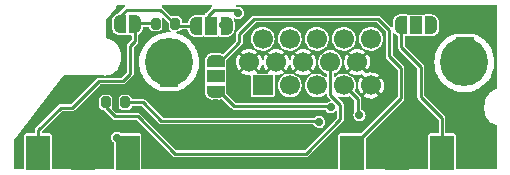
<source format=gbr>
G04 #@! TF.GenerationSoftware,KiCad,Pcbnew,(6.0.6-0)*
G04 #@! TF.CreationDate,2023-02-17T17:31:31-05:00*
G04 #@! TF.ProjectId,VGA2SCART,56474132-5343-4415-9254-2e6b69636164,1*
G04 #@! TF.SameCoordinates,Original*
G04 #@! TF.FileFunction,Copper,L2,Bot*
G04 #@! TF.FilePolarity,Positive*
%FSLAX46Y46*%
G04 Gerber Fmt 4.6, Leading zero omitted, Abs format (unit mm)*
G04 Created by KiCad (PCBNEW (6.0.6-0)) date 2023-02-17 17:31:31*
%MOMM*%
%LPD*%
G01*
G04 APERTURE LIST*
G04 Aperture macros list*
%AMRoundRect*
0 Rectangle with rounded corners*
0 $1 Rounding radius*
0 $2 $3 $4 $5 $6 $7 $8 $9 X,Y pos of 4 corners*
0 Add a 4 corners polygon primitive as box body*
4,1,4,$2,$3,$4,$5,$6,$7,$8,$9,$2,$3,0*
0 Add four circle primitives for the rounded corners*
1,1,$1+$1,$2,$3*
1,1,$1+$1,$4,$5*
1,1,$1+$1,$6,$7*
1,1,$1+$1,$8,$9*
0 Add four rect primitives between the rounded corners*
20,1,$1+$1,$2,$3,$4,$5,0*
20,1,$1+$1,$4,$5,$6,$7,0*
20,1,$1+$1,$6,$7,$8,$9,0*
20,1,$1+$1,$8,$9,$2,$3,0*%
%AMFreePoly0*
4,1,22,0.500000,-0.750000,0.000000,-0.750000,0.000000,-0.745033,-0.079941,-0.743568,-0.215256,-0.701293,-0.333266,-0.622738,-0.424486,-0.514219,-0.481581,-0.384460,-0.499164,-0.250000,-0.500000,-0.250000,-0.500000,0.250000,-0.499164,0.250000,-0.499963,0.256109,-0.478152,0.396186,-0.417904,0.524511,-0.324060,0.630769,-0.204165,0.706417,-0.067858,0.745374,0.000000,0.744959,0.000000,0.750000,
0.500000,0.750000,0.500000,-0.750000,0.500000,-0.750000,$1*%
%AMFreePoly1*
4,1,20,0.000000,0.744959,0.073905,0.744508,0.209726,0.703889,0.328688,0.626782,0.421226,0.519385,0.479903,0.390333,0.500000,0.250000,0.500000,-0.250000,0.499851,-0.262216,0.476331,-0.402017,0.414519,-0.529596,0.319384,-0.634700,0.198574,-0.708877,0.061801,-0.746166,0.000000,-0.745033,0.000000,-0.750000,-0.500000,-0.750000,-0.500000,0.750000,0.000000,0.750000,0.000000,0.744959,
0.000000,0.744959,$1*%
%AMFreePoly2*
4,1,22,0.550000,-0.750000,0.000000,-0.750000,0.000000,-0.745033,-0.079941,-0.743568,-0.215256,-0.701293,-0.333266,-0.622738,-0.424486,-0.514219,-0.481581,-0.384460,-0.499164,-0.250000,-0.500000,-0.250000,-0.500000,0.250000,-0.499164,0.250000,-0.499963,0.256109,-0.478152,0.396186,-0.417904,0.524511,-0.324060,0.630769,-0.204165,0.706417,-0.067858,0.745374,0.000000,0.744959,0.000000,0.750000,
0.550000,0.750000,0.550000,-0.750000,0.550000,-0.750000,$1*%
%AMFreePoly3*
4,1,20,0.000000,0.744959,0.073905,0.744508,0.209726,0.703889,0.328688,0.626782,0.421226,0.519385,0.479903,0.390333,0.500000,0.250000,0.500000,-0.250000,0.499851,-0.262216,0.476331,-0.402017,0.414519,-0.529596,0.319384,-0.634700,0.198574,-0.708877,0.061801,-0.746166,0.000000,-0.745033,0.000000,-0.750000,-0.550000,-0.750000,-0.550000,0.750000,0.000000,0.750000,0.000000,0.744959,
0.000000,0.744959,$1*%
G04 Aperture macros list end*
G04 #@! TA.AperFunction,SMDPad,CuDef*
%ADD10FreePoly0,0.000000*%
G04 #@! TD*
G04 #@! TA.AperFunction,SMDPad,CuDef*
%ADD11FreePoly1,0.000000*%
G04 #@! TD*
G04 #@! TA.AperFunction,ComponentPad*
%ADD12R,1.700000X1.700000*%
G04 #@! TD*
G04 #@! TA.AperFunction,ComponentPad*
%ADD13C,1.700000*%
G04 #@! TD*
G04 #@! TA.AperFunction,ComponentPad*
%ADD14C,4.066000*%
G04 #@! TD*
G04 #@! TA.AperFunction,SMDPad,CuDef*
%ADD15R,2.000000X3.000000*%
G04 #@! TD*
G04 #@! TA.AperFunction,SMDPad,CuDef*
%ADD16RoundRect,0.200000X-0.200000X-0.275000X0.200000X-0.275000X0.200000X0.275000X-0.200000X0.275000X0*%
G04 #@! TD*
G04 #@! TA.AperFunction,SMDPad,CuDef*
%ADD17FreePoly2,0.000000*%
G04 #@! TD*
G04 #@! TA.AperFunction,SMDPad,CuDef*
%ADD18R,1.000000X1.500000*%
G04 #@! TD*
G04 #@! TA.AperFunction,SMDPad,CuDef*
%ADD19FreePoly3,0.000000*%
G04 #@! TD*
G04 #@! TA.AperFunction,SMDPad,CuDef*
%ADD20FreePoly2,270.000000*%
G04 #@! TD*
G04 #@! TA.AperFunction,SMDPad,CuDef*
%ADD21R,1.500000X1.000000*%
G04 #@! TD*
G04 #@! TA.AperFunction,SMDPad,CuDef*
%ADD22FreePoly3,270.000000*%
G04 #@! TD*
G04 #@! TA.AperFunction,SMDPad,CuDef*
%ADD23RoundRect,0.200000X0.200000X0.275000X-0.200000X0.275000X-0.200000X-0.275000X0.200000X-0.275000X0*%
G04 #@! TD*
G04 #@! TA.AperFunction,SMDPad,CuDef*
%ADD24FreePoly0,270.000000*%
G04 #@! TD*
G04 #@! TA.AperFunction,SMDPad,CuDef*
%ADD25FreePoly1,270.000000*%
G04 #@! TD*
G04 #@! TA.AperFunction,SMDPad,CuDef*
%ADD26FreePoly0,90.000000*%
G04 #@! TD*
G04 #@! TA.AperFunction,SMDPad,CuDef*
%ADD27FreePoly1,90.000000*%
G04 #@! TD*
G04 #@! TA.AperFunction,ViaPad*
%ADD28C,0.700000*%
G04 #@! TD*
G04 #@! TA.AperFunction,Conductor*
%ADD29C,0.250000*%
G04 #@! TD*
G04 APERTURE END LIST*
D10*
X129480000Y-92130000D03*
D11*
X130780000Y-92130000D03*
D12*
X141585000Y-97310000D03*
D13*
X143875000Y-97310000D03*
X146165000Y-97310000D03*
X148455000Y-97310000D03*
X150745000Y-97310000D03*
X140440000Y-95330000D03*
X142730000Y-95330000D03*
X145020000Y-95330000D03*
X147310000Y-95330000D03*
X149600000Y-95330000D03*
X141585000Y-93350000D03*
X143875000Y-93350000D03*
X146165000Y-93350000D03*
X148455000Y-93350000D03*
X150745000Y-93350000D03*
D14*
X158660000Y-95330000D03*
X133670000Y-95330000D03*
D15*
X156761146Y-103033895D03*
X152961146Y-103033895D03*
X149161146Y-103033895D03*
X130161146Y-103033895D03*
X126361146Y-103033895D03*
X122561146Y-103033895D03*
D16*
X128300000Y-98750000D03*
X129950000Y-98750000D03*
D17*
X135940000Y-92270000D03*
D18*
X137240000Y-92270000D03*
D19*
X138540000Y-92270000D03*
D20*
X137600000Y-95230000D03*
D21*
X137600000Y-96530000D03*
D22*
X137600000Y-97830000D03*
D17*
X153260000Y-92210000D03*
D18*
X154560000Y-92210000D03*
D19*
X155860000Y-92210000D03*
D23*
X134185000Y-92080000D03*
X132535000Y-92080000D03*
D24*
X133675000Y-96950000D03*
D25*
X133675000Y-98250000D03*
D26*
X158675000Y-93725000D03*
D27*
X158675000Y-92425000D03*
D28*
X133930000Y-90890000D03*
X125440000Y-97650000D03*
X138210000Y-92220000D03*
X139500000Y-91175000D03*
X137610000Y-96520000D03*
X147370000Y-99160000D03*
X155860000Y-92210000D03*
X154560000Y-92210000D03*
X152230000Y-100510000D03*
X146380000Y-100400000D03*
X129275000Y-101725000D03*
X129950000Y-98750000D03*
X149780000Y-99820000D03*
D29*
X147370000Y-99160000D02*
X147270000Y-99060000D01*
X147270000Y-99060000D02*
X139180000Y-99060000D01*
X139180000Y-99060000D02*
X137780000Y-97660000D01*
X129075000Y-99925000D02*
X128300000Y-99150000D01*
X148170000Y-98950000D02*
X148170000Y-100180000D01*
X147310000Y-98090000D02*
X148170000Y-98950000D01*
X147340000Y-95310000D02*
X147310000Y-95280000D01*
X147310000Y-95280000D02*
X147310000Y-98090000D01*
X148170000Y-100180000D02*
X145280000Y-103070000D01*
X145280000Y-103070000D02*
X142920000Y-103070000D01*
X142920000Y-103070000D02*
X142900000Y-103090000D01*
X142900000Y-103090000D02*
X134165000Y-103090000D01*
X134165000Y-103090000D02*
X131000000Y-99925000D01*
X131000000Y-99925000D02*
X129075000Y-99925000D01*
X128300000Y-99150000D02*
X128300000Y-98750000D01*
X149780000Y-99820000D02*
X149630000Y-99670000D01*
X149630000Y-99670000D02*
X149630000Y-98435000D01*
X149630000Y-98435000D02*
X148485000Y-97290000D01*
X146380000Y-100400000D02*
X146290000Y-100310000D01*
X146290000Y-100310000D02*
X133010000Y-100310000D01*
X133010000Y-100310000D02*
X131450000Y-98750000D01*
X131450000Y-98750000D02*
X129950000Y-98750000D01*
X139500000Y-91175000D02*
X139225000Y-90900000D01*
X139225000Y-90900000D02*
X137440000Y-90900000D01*
X137440000Y-90900000D02*
X136950000Y-91390000D01*
X136950000Y-91390000D02*
X136950000Y-92280000D01*
X130780000Y-92130000D02*
X130780000Y-93570000D01*
X130370000Y-93980000D02*
X130370000Y-96310000D01*
X130370000Y-96310000D02*
X129740000Y-96940000D01*
X129740000Y-96940000D02*
X127700000Y-96940000D01*
X130780000Y-93570000D02*
X130370000Y-93980000D01*
X127700000Y-96940000D02*
X125450000Y-99190000D01*
X125450000Y-99190000D02*
X124470000Y-99190000D01*
X124470000Y-99190000D02*
X122580000Y-101080000D01*
X122580000Y-101080000D02*
X122580000Y-102510000D01*
X134055000Y-92040000D02*
X132895000Y-90880000D01*
X132895000Y-90880000D02*
X130060000Y-90880000D01*
X130060000Y-90880000D02*
X129480000Y-91460000D01*
X129480000Y-91460000D02*
X129480000Y-92130000D01*
X132405000Y-92040000D02*
X130870000Y-92040000D01*
X130870000Y-92040000D02*
X130780000Y-92130000D01*
X135660000Y-92270000D02*
X134280000Y-92270000D01*
X134280000Y-92270000D02*
X134050000Y-92040000D01*
X122560000Y-102410000D02*
X122560000Y-103030000D01*
X122560000Y-102410000D02*
X122560000Y-103040000D01*
X137600000Y-95230000D02*
X138020000Y-95230000D01*
X152300000Y-94850000D02*
X153290000Y-95840000D01*
X138020000Y-95230000D02*
X139610000Y-93640000D01*
X149170000Y-102530000D02*
X149160000Y-102530000D01*
X153290000Y-95840000D02*
X153290000Y-98410000D01*
X139610000Y-93640000D02*
X139610000Y-92950000D01*
X139610000Y-92950000D02*
X140870000Y-91690000D01*
X149160000Y-102530000D02*
X149160000Y-103030000D01*
X153290000Y-98410000D02*
X149170000Y-102530000D01*
X152300000Y-92610000D02*
X152300000Y-94850000D01*
X151380000Y-91690000D02*
X152300000Y-92610000D01*
X140870000Y-91690000D02*
X151380000Y-91690000D01*
X153310000Y-94060000D02*
X154970000Y-95720000D01*
X154970000Y-95720000D02*
X154970000Y-98280000D01*
X156760000Y-100070000D02*
X156760000Y-103040000D01*
X154970000Y-98280000D02*
X156760000Y-100070000D01*
X153310000Y-92230000D02*
X153310000Y-94060000D01*
G04 #@! TA.AperFunction,Conductor*
G36*
X161388153Y-90518982D02*
G01*
X161415173Y-90565782D01*
X161416373Y-90579446D01*
X161421130Y-97541116D01*
X161402682Y-97591909D01*
X161362095Y-97617606D01*
X161337882Y-97623930D01*
X161337878Y-97623931D01*
X161334920Y-97624704D01*
X161332115Y-97625924D01*
X161332109Y-97625926D01*
X161164146Y-97698976D01*
X161128635Y-97714420D01*
X160938641Y-97834858D01*
X160769480Y-97983139D01*
X160767522Y-97985481D01*
X160767520Y-97985483D01*
X160736464Y-98022630D01*
X160625195Y-98155720D01*
X160623622Y-98158335D01*
X160623619Y-98158339D01*
X160523820Y-98324230D01*
X160509232Y-98348478D01*
X160424363Y-98556805D01*
X160423659Y-98559785D01*
X160423658Y-98559787D01*
X160410724Y-98614505D01*
X160372617Y-98775722D01*
X160372381Y-98778760D01*
X160372381Y-98778763D01*
X160367694Y-98839230D01*
X160355230Y-99000000D01*
X160355437Y-99000000D01*
X160357705Y-99010023D01*
X160357673Y-99010434D01*
X160359500Y-99026782D01*
X160359500Y-99282794D01*
X160357491Y-99300498D01*
X160355372Y-99309713D01*
X160355437Y-99310000D01*
X160355138Y-99310000D01*
X160372681Y-99532115D01*
X160424876Y-99748722D01*
X160426071Y-99751595D01*
X160509234Y-99951577D01*
X160509238Y-99951584D01*
X160510429Y-99954449D01*
X160512057Y-99957094D01*
X160512058Y-99957096D01*
X160625584Y-100141543D01*
X160625588Y-100141549D01*
X160627217Y-100144195D01*
X160629240Y-100146552D01*
X160629244Y-100146557D01*
X160770322Y-100310898D01*
X160770325Y-100310901D01*
X160772345Y-100313254D01*
X160774712Y-100315263D01*
X160774715Y-100315266D01*
X160831077Y-100363104D01*
X160942213Y-100457433D01*
X160944871Y-100459049D01*
X160944873Y-100459050D01*
X160992719Y-100488131D01*
X161132609Y-100573158D01*
X161135481Y-100574334D01*
X161135486Y-100574336D01*
X161335933Y-100656379D01*
X161335937Y-100656380D01*
X161338812Y-100657557D01*
X161341841Y-100658269D01*
X161359220Y-100662354D01*
X161404424Y-100691966D01*
X161420143Y-100739271D01*
X161419541Y-104290513D01*
X161401050Y-104341290D01*
X161354246Y-104368302D01*
X161340541Y-104369500D01*
X158000646Y-104369500D01*
X157949866Y-104351018D01*
X157922846Y-104304218D01*
X157921646Y-104290500D01*
X157921646Y-101518089D01*
X157912333Y-101471271D01*
X157876860Y-101418181D01*
X157823770Y-101382708D01*
X157816141Y-101381190D01*
X157816140Y-101381190D01*
X157792205Y-101376429D01*
X157776952Y-101373395D01*
X157124500Y-101373395D01*
X157073720Y-101354913D01*
X157046700Y-101308113D01*
X157045500Y-101294395D01*
X157045500Y-100121473D01*
X157045847Y-100116744D01*
X157047329Y-100112428D01*
X157045556Y-100065200D01*
X157045500Y-100062237D01*
X157045500Y-100043448D01*
X157044834Y-100039871D01*
X157044645Y-100037828D01*
X157044367Y-100033531D01*
X157043613Y-100013437D01*
X157043613Y-100013435D01*
X157043339Y-100006147D01*
X157038360Y-99994558D01*
X157033283Y-99977845D01*
X157032309Y-99972616D01*
X157032308Y-99972612D01*
X157030972Y-99965441D01*
X157017112Y-99942955D01*
X157011780Y-99932690D01*
X157003555Y-99913547D01*
X157001355Y-99908426D01*
X156997543Y-99903785D01*
X156992152Y-99898394D01*
X156980763Y-99883986D01*
X156978993Y-99881114D01*
X156978990Y-99881111D01*
X156975163Y-99874902D01*
X156952279Y-99857500D01*
X156944235Y-99850477D01*
X155278639Y-98184881D01*
X155255801Y-98135905D01*
X155255500Y-98129020D01*
X155255500Y-95771481D01*
X155255848Y-95766747D01*
X155257330Y-95762429D01*
X155255556Y-95715186D01*
X155255500Y-95712222D01*
X155255500Y-95693448D01*
X155254834Y-95689874D01*
X155254647Y-95687843D01*
X155254368Y-95683545D01*
X155253613Y-95663434D01*
X155253613Y-95663432D01*
X155253339Y-95656147D01*
X155248359Y-95644554D01*
X155243282Y-95627846D01*
X155240972Y-95615441D01*
X155227117Y-95592964D01*
X155221782Y-95582694D01*
X155215124Y-95567197D01*
X155211356Y-95558426D01*
X155207544Y-95553786D01*
X155202152Y-95548394D01*
X155190763Y-95533986D01*
X155188993Y-95531114D01*
X155188990Y-95531111D01*
X155185163Y-95524902D01*
X155162279Y-95507500D01*
X155154235Y-95500477D01*
X154983758Y-95330000D01*
X156121491Y-95330000D01*
X156141508Y-95648160D01*
X156141974Y-95650601D01*
X156141974Y-95650604D01*
X156176903Y-95833709D01*
X156201243Y-95961302D01*
X156299754Y-96264487D01*
X156300816Y-96266743D01*
X156300816Y-96266744D01*
X156432059Y-96545648D01*
X156435488Y-96552936D01*
X156436815Y-96555027D01*
X156576916Y-96775791D01*
X156606303Y-96822098D01*
X156689830Y-96923065D01*
X156794523Y-97049616D01*
X156809507Y-97067729D01*
X156811315Y-97069427D01*
X156811318Y-97069430D01*
X157040080Y-97284253D01*
X157040085Y-97284257D01*
X157041893Y-97285955D01*
X157299799Y-97473334D01*
X157342858Y-97497006D01*
X157575139Y-97624704D01*
X157579155Y-97626912D01*
X157581460Y-97627824D01*
X157581465Y-97627827D01*
X157873249Y-97743352D01*
X157875558Y-97744266D01*
X158184331Y-97823545D01*
X158186802Y-97823857D01*
X158186801Y-97823857D01*
X158498143Y-97863189D01*
X158498145Y-97863189D01*
X158500606Y-97863500D01*
X158819394Y-97863500D01*
X158821855Y-97863189D01*
X158821857Y-97863189D01*
X159133199Y-97823857D01*
X159133198Y-97823857D01*
X159135669Y-97823545D01*
X159444442Y-97744266D01*
X159446751Y-97743352D01*
X159738535Y-97627827D01*
X159738540Y-97627824D01*
X159740845Y-97626912D01*
X159744862Y-97624704D01*
X159977142Y-97497006D01*
X160020201Y-97473334D01*
X160278107Y-97285955D01*
X160279915Y-97284257D01*
X160279920Y-97284253D01*
X160508682Y-97069430D01*
X160508685Y-97069427D01*
X160510493Y-97067729D01*
X160525478Y-97049616D01*
X160630170Y-96923065D01*
X160713697Y-96822098D01*
X160743085Y-96775791D01*
X160883185Y-96555027D01*
X160884512Y-96552936D01*
X160887942Y-96545648D01*
X161019184Y-96266744D01*
X161019184Y-96266743D01*
X161020246Y-96264487D01*
X161118757Y-95961302D01*
X161143097Y-95833709D01*
X161178026Y-95650604D01*
X161178026Y-95650601D01*
X161178492Y-95648160D01*
X161198509Y-95330000D01*
X161178492Y-95011840D01*
X161177465Y-95006453D01*
X161119221Y-94701130D01*
X161119221Y-94701129D01*
X161118757Y-94698698D01*
X161020246Y-94395513D01*
X160995140Y-94342160D01*
X160885567Y-94109305D01*
X160885564Y-94109299D01*
X160884512Y-94107064D01*
X160821978Y-94008526D01*
X160715027Y-93839997D01*
X160715023Y-93839992D01*
X160713697Y-93837902D01*
X160594392Y-93693687D01*
X160512071Y-93594178D01*
X160512068Y-93594175D01*
X160510493Y-93592271D01*
X160495967Y-93578630D01*
X160279920Y-93375747D01*
X160279915Y-93375743D01*
X160278107Y-93374045D01*
X160020201Y-93186666D01*
X159878793Y-93108926D01*
X159743021Y-93034284D01*
X159743018Y-93034282D01*
X159740845Y-93033088D01*
X159738540Y-93032176D01*
X159738535Y-93032173D01*
X159446751Y-92916648D01*
X159446748Y-92916647D01*
X159444442Y-92915734D01*
X159135669Y-92836455D01*
X159055395Y-92826314D01*
X158821857Y-92796811D01*
X158821855Y-92796811D01*
X158819394Y-92796500D01*
X158500606Y-92796500D01*
X158498145Y-92796811D01*
X158498143Y-92796811D01*
X158264605Y-92826314D01*
X158184331Y-92836455D01*
X157875558Y-92915734D01*
X157873252Y-92916647D01*
X157873249Y-92916648D01*
X157581465Y-93032173D01*
X157581460Y-93032176D01*
X157579155Y-93033088D01*
X157576982Y-93034282D01*
X157576979Y-93034284D01*
X157441207Y-93108926D01*
X157299799Y-93186666D01*
X157041893Y-93374045D01*
X157040085Y-93375743D01*
X157040080Y-93375747D01*
X156824033Y-93578630D01*
X156809507Y-93592271D01*
X156807932Y-93594175D01*
X156807929Y-93594178D01*
X156725608Y-93693687D01*
X156606303Y-93837902D01*
X156604977Y-93839992D01*
X156604973Y-93839997D01*
X156498022Y-94008526D01*
X156435488Y-94107064D01*
X156434436Y-94109299D01*
X156434433Y-94109305D01*
X156324860Y-94342160D01*
X156299754Y-94395513D01*
X156201243Y-94698698D01*
X156200779Y-94701129D01*
X156200779Y-94701130D01*
X156142536Y-95006453D01*
X156141508Y-95011840D01*
X156121491Y-95330000D01*
X154983758Y-95330000D01*
X153618639Y-93964881D01*
X153595801Y-93915905D01*
X153595500Y-93909020D01*
X153595500Y-93202644D01*
X153613982Y-93151864D01*
X153660782Y-93124844D01*
X153674500Y-93123644D01*
X153810000Y-93123644D01*
X153832592Y-93119150D01*
X153864994Y-93112705D01*
X153864995Y-93112704D01*
X153872624Y-93111187D01*
X153891111Y-93098835D01*
X153943600Y-93085991D01*
X153978889Y-93098835D01*
X153997376Y-93111187D01*
X154005005Y-93112705D01*
X154005006Y-93112705D01*
X154028941Y-93117466D01*
X154044194Y-93120500D01*
X155075806Y-93120500D01*
X155091059Y-93117466D01*
X155114994Y-93112705D01*
X155114995Y-93112705D01*
X155122624Y-93111187D01*
X155141111Y-93098835D01*
X155193600Y-93085991D01*
X155228889Y-93098835D01*
X155247376Y-93111187D01*
X155255005Y-93112704D01*
X155255006Y-93112705D01*
X155287408Y-93119150D01*
X155310000Y-93123644D01*
X155850945Y-93123644D01*
X155852393Y-93123657D01*
X155919437Y-93124886D01*
X155937434Y-93122644D01*
X155962689Y-93119498D01*
X155962693Y-93119497D01*
X155965480Y-93119150D01*
X156103660Y-93081477D01*
X156106232Y-93080364D01*
X156106235Y-93080363D01*
X156143658Y-93064169D01*
X156143661Y-93064167D01*
X156146241Y-93063051D01*
X156268293Y-92988111D01*
X156270456Y-92986315D01*
X156270462Y-92986311D01*
X156301824Y-92960274D01*
X156301825Y-92960273D01*
X156303992Y-92958474D01*
X156347910Y-92909955D01*
X156398217Y-92854377D01*
X156398218Y-92854376D01*
X156400106Y-92852290D01*
X156426052Y-92813823D01*
X156488499Y-92684931D01*
X156490147Y-92679769D01*
X156501750Y-92643409D01*
X156502605Y-92640730D01*
X156526367Y-92499492D01*
X156526504Y-92497966D01*
X156528487Y-92475865D01*
X156528488Y-92475853D01*
X156528623Y-92474344D01*
X156528647Y-92472438D01*
X156528715Y-92466811D01*
X156528774Y-92462002D01*
X156528646Y-92460026D01*
X156527232Y-92438326D01*
X156527133Y-92436801D01*
X156524442Y-92418010D01*
X156523644Y-92406811D01*
X156523644Y-92022276D01*
X156524739Y-92009170D01*
X156526112Y-92001009D01*
X156526113Y-92001003D01*
X156526367Y-91999492D01*
X156526504Y-91997966D01*
X156528487Y-91975865D01*
X156528488Y-91975853D01*
X156528623Y-91974344D01*
X156528774Y-91962002D01*
X156527133Y-91936801D01*
X156506829Y-91795024D01*
X156504522Y-91787135D01*
X156494597Y-91753192D01*
X156494596Y-91753190D01*
X156493807Y-91750491D01*
X156492644Y-91747933D01*
X156492641Y-91747925D01*
X156444035Y-91641024D01*
X156434527Y-91620112D01*
X156409529Y-91581024D01*
X156404133Y-91574761D01*
X156333029Y-91492241D01*
X156316039Y-91472523D01*
X156311844Y-91468863D01*
X156283183Y-91443861D01*
X156283184Y-91443861D01*
X156281075Y-91442022D01*
X156278727Y-91440500D01*
X156163242Y-91365646D01*
X156163237Y-91365643D01*
X156160890Y-91364122D01*
X156158343Y-91362945D01*
X156121312Y-91345834D01*
X156121305Y-91345831D01*
X156118770Y-91344660D01*
X156116090Y-91343859D01*
X156116086Y-91343857D01*
X155984250Y-91304431D01*
X155984252Y-91304431D01*
X155981552Y-91303624D01*
X155978768Y-91303208D01*
X155978764Y-91303207D01*
X155938443Y-91297181D01*
X155938440Y-91297181D01*
X155935665Y-91296766D01*
X155858872Y-91296297D01*
X155795245Y-91295908D01*
X155795243Y-91295908D01*
X155792444Y-91295891D01*
X155790061Y-91296217D01*
X155785798Y-91296356D01*
X155310000Y-91296356D01*
X155290384Y-91300258D01*
X155255006Y-91307295D01*
X155255005Y-91307296D01*
X155247376Y-91308813D01*
X155228890Y-91321165D01*
X155176400Y-91334009D01*
X155141110Y-91321165D01*
X155122624Y-91308813D01*
X155114995Y-91307295D01*
X155114994Y-91307295D01*
X155089319Y-91302188D01*
X155075806Y-91299500D01*
X154044194Y-91299500D01*
X154030681Y-91302188D01*
X154005006Y-91307295D01*
X154005005Y-91307295D01*
X153997376Y-91308813D01*
X153978890Y-91321165D01*
X153926400Y-91334009D01*
X153891110Y-91321165D01*
X153872624Y-91308813D01*
X153864995Y-91307296D01*
X153864994Y-91307295D01*
X153829616Y-91300258D01*
X153810000Y-91296356D01*
X153268875Y-91296356D01*
X153268392Y-91296355D01*
X153195252Y-91295908D01*
X153195250Y-91295908D01*
X153192444Y-91295891D01*
X153166258Y-91299478D01*
X153149261Y-91301806D01*
X153149256Y-91301807D01*
X153146475Y-91302188D01*
X153141290Y-91303670D01*
X153011463Y-91340774D01*
X153011460Y-91340775D01*
X153008766Y-91341545D01*
X152966412Y-91360491D01*
X152845284Y-91436917D01*
X152809950Y-91466989D01*
X152715142Y-91574340D01*
X152689669Y-91613118D01*
X152628800Y-91742763D01*
X152615234Y-91787135D01*
X152614802Y-91789908D01*
X152614802Y-91789909D01*
X152594794Y-91918418D01*
X152593200Y-91928653D01*
X152592633Y-91975047D01*
X152592998Y-91977836D01*
X152595689Y-91998418D01*
X152596356Y-92008661D01*
X152596356Y-92311876D01*
X152577874Y-92362656D01*
X152531074Y-92389676D01*
X152477856Y-92380292D01*
X152461495Y-92367737D01*
X151618282Y-91524524D01*
X151615178Y-91520929D01*
X151613174Y-91516829D01*
X151578505Y-91484669D01*
X151576370Y-91482612D01*
X151563104Y-91469346D01*
X151560098Y-91467284D01*
X151558541Y-91465990D01*
X151555305Y-91463148D01*
X151550119Y-91458337D01*
X151535200Y-91444498D01*
X151523487Y-91439825D01*
X151508075Y-91431596D01*
X151497672Y-91424459D01*
X151471973Y-91418361D01*
X151460942Y-91414872D01*
X151436414Y-91405086D01*
X151430437Y-91404500D01*
X151422807Y-91404500D01*
X151404568Y-91402365D01*
X151394188Y-91399902D01*
X151386958Y-91400886D01*
X151386957Y-91400886D01*
X151365709Y-91403778D01*
X151355055Y-91404500D01*
X140921473Y-91404500D01*
X140916744Y-91404153D01*
X140912428Y-91402671D01*
X140865201Y-91404444D01*
X140862237Y-91404500D01*
X140843448Y-91404500D01*
X140839871Y-91405166D01*
X140837828Y-91405355D01*
X140833531Y-91405633D01*
X140813437Y-91406387D01*
X140813435Y-91406387D01*
X140806147Y-91406661D01*
X140794558Y-91411640D01*
X140777845Y-91416717D01*
X140772616Y-91417691D01*
X140772612Y-91417692D01*
X140765441Y-91419028D01*
X140754695Y-91425652D01*
X140742955Y-91432888D01*
X140732690Y-91438220D01*
X140708426Y-91448645D01*
X140703785Y-91452457D01*
X140698394Y-91457848D01*
X140683986Y-91469237D01*
X140681114Y-91471007D01*
X140681111Y-91471010D01*
X140674902Y-91474837D01*
X140670486Y-91480645D01*
X140657500Y-91497722D01*
X140650477Y-91505765D01*
X139444524Y-92711718D01*
X139440929Y-92714822D01*
X139436829Y-92716826D01*
X139431869Y-92722173D01*
X139404669Y-92751495D01*
X139402612Y-92753630D01*
X139389346Y-92766896D01*
X139387284Y-92769902D01*
X139385990Y-92771459D01*
X139383149Y-92774694D01*
X139364498Y-92794800D01*
X139361795Y-92801576D01*
X139359825Y-92806513D01*
X139351596Y-92821925D01*
X139344459Y-92832328D01*
X139342775Y-92839426D01*
X139338361Y-92858027D01*
X139334872Y-92869058D01*
X139325086Y-92893586D01*
X139324500Y-92899563D01*
X139324500Y-92907193D01*
X139322365Y-92925432D01*
X139319902Y-92935812D01*
X139320886Y-92943042D01*
X139320886Y-92943043D01*
X139323778Y-92964291D01*
X139324500Y-92974945D01*
X139324500Y-93489020D01*
X139306018Y-93539800D01*
X139301361Y-93544881D01*
X138229091Y-94617151D01*
X138180115Y-94639989D01*
X138139656Y-94632801D01*
X138069779Y-94599993D01*
X138069773Y-94599991D01*
X138067237Y-94598800D01*
X138022865Y-94585234D01*
X138020092Y-94584802D01*
X138020091Y-94584802D01*
X137884117Y-94563631D01*
X137884113Y-94563631D01*
X137881347Y-94563200D01*
X137860006Y-94562939D01*
X137837765Y-94562667D01*
X137837760Y-94562667D01*
X137834953Y-94562633D01*
X137813670Y-94565416D01*
X137811582Y-94565689D01*
X137801339Y-94566356D01*
X137407733Y-94566356D01*
X137395580Y-94565416D01*
X137384118Y-94563631D01*
X137384110Y-94563630D01*
X137381346Y-94563200D01*
X137359605Y-94562934D01*
X137337765Y-94562667D01*
X137337760Y-94562667D01*
X137334953Y-94562633D01*
X137192939Y-94581203D01*
X137148249Y-94593681D01*
X137100885Y-94614522D01*
X137019737Y-94650228D01*
X137019733Y-94650230D01*
X137017156Y-94651364D01*
X137014764Y-94652853D01*
X137014762Y-94652854D01*
X137009133Y-94656358D01*
X136977767Y-94675882D01*
X136950624Y-94698698D01*
X136880769Y-94757417D01*
X136868132Y-94768039D01*
X136866259Y-94770134D01*
X136839075Y-94800537D01*
X136839071Y-94800542D01*
X136837206Y-94802628D01*
X136835656Y-94804957D01*
X136835651Y-94804963D01*
X136790423Y-94872909D01*
X136757843Y-94921853D01*
X136753959Y-94929996D01*
X136739076Y-94961197D01*
X136739073Y-94961205D01*
X136737868Y-94963731D01*
X136737033Y-94966405D01*
X136737031Y-94966409D01*
X136705999Y-95065737D01*
X136695158Y-95100437D01*
X136692765Y-95115208D01*
X136688362Y-95142395D01*
X136687739Y-95146238D01*
X136685114Y-95289437D01*
X136685462Y-95292229D01*
X136685750Y-95294542D01*
X136686356Y-95304307D01*
X136686356Y-95780000D01*
X136687114Y-95783810D01*
X136697040Y-95833709D01*
X136698813Y-95842624D01*
X136711165Y-95861110D01*
X136724009Y-95913600D01*
X136711165Y-95948889D01*
X136698813Y-95967376D01*
X136689500Y-96014194D01*
X136689500Y-97045806D01*
X136690258Y-97049616D01*
X136695677Y-97076857D01*
X136698813Y-97092624D01*
X136711165Y-97111110D01*
X136724009Y-97163600D01*
X136711165Y-97198889D01*
X136698813Y-97217376D01*
X136697296Y-97225005D01*
X136697295Y-97225006D01*
X136696833Y-97227329D01*
X136686356Y-97280000D01*
X136686356Y-97820945D01*
X136686343Y-97822393D01*
X136685114Y-97889437D01*
X136685462Y-97892229D01*
X136687482Y-97908441D01*
X136690850Y-97935480D01*
X136728523Y-98073660D01*
X136729636Y-98076232D01*
X136729637Y-98076235D01*
X136745507Y-98112909D01*
X136746949Y-98116241D01*
X136748419Y-98118635D01*
X136748420Y-98118637D01*
X136750591Y-98122172D01*
X136821889Y-98238293D01*
X136823685Y-98240456D01*
X136823689Y-98240462D01*
X136846672Y-98268145D01*
X136851526Y-98273992D01*
X136853614Y-98275882D01*
X136951474Y-98364461D01*
X136957710Y-98370106D01*
X136996177Y-98396052D01*
X137125069Y-98458499D01*
X137127755Y-98459356D01*
X137127757Y-98459357D01*
X137152183Y-98467152D01*
X137169270Y-98472605D01*
X137310508Y-98496367D01*
X137312031Y-98496504D01*
X137312034Y-98496504D01*
X137334135Y-98498487D01*
X137334147Y-98498488D01*
X137335656Y-98498623D01*
X137337177Y-98498642D01*
X137337185Y-98498642D01*
X137340783Y-98498686D01*
X137347998Y-98498774D01*
X137349498Y-98498676D01*
X137349510Y-98498676D01*
X137362834Y-98497808D01*
X137373199Y-98497133D01*
X137391989Y-98494442D01*
X137403189Y-98493644D01*
X137787724Y-98493644D01*
X137800830Y-98494739D01*
X137808991Y-98496112D01*
X137808997Y-98496113D01*
X137810508Y-98496367D01*
X137812031Y-98496504D01*
X137812034Y-98496504D01*
X137834135Y-98498487D01*
X137834147Y-98498488D01*
X137835656Y-98498623D01*
X137837177Y-98498642D01*
X137837185Y-98498642D01*
X137840783Y-98498686D01*
X137847998Y-98498774D01*
X137849498Y-98498676D01*
X137849510Y-98498676D01*
X137862834Y-98497808D01*
X137873199Y-98497133D01*
X138014976Y-98476829D01*
X138017666Y-98476042D01*
X138017668Y-98476042D01*
X138048070Y-98467152D01*
X138059509Y-98463807D01*
X138062060Y-98462647D01*
X138062063Y-98462646D01*
X138092531Y-98448793D01*
X138146408Y-98444601D01*
X138181090Y-98464848D01*
X138941718Y-99225476D01*
X138944822Y-99229071D01*
X138946826Y-99233171D01*
X138952173Y-99238131D01*
X138981495Y-99265331D01*
X138983630Y-99267388D01*
X138996896Y-99280654D01*
X138999902Y-99282716D01*
X139001459Y-99284010D01*
X139004694Y-99286851D01*
X139024800Y-99305502D01*
X139035355Y-99309713D01*
X139036513Y-99310175D01*
X139051925Y-99318404D01*
X139062328Y-99325541D01*
X139087903Y-99331610D01*
X139088027Y-99331639D01*
X139099058Y-99335128D01*
X139123586Y-99344914D01*
X139129563Y-99345500D01*
X139137193Y-99345500D01*
X139155432Y-99347635D01*
X139165812Y-99350098D01*
X139173042Y-99349114D01*
X139173043Y-99349114D01*
X139194291Y-99346222D01*
X139204945Y-99345500D01*
X146842295Y-99345500D01*
X146893075Y-99363982D01*
X146914605Y-99392684D01*
X146929875Y-99427389D01*
X146929877Y-99427393D01*
X146932143Y-99432542D01*
X146935765Y-99436851D01*
X146966667Y-99473613D01*
X147026236Y-99544479D01*
X147147964Y-99625508D01*
X147153338Y-99627187D01*
X147279466Y-99666593D01*
X147287541Y-99669116D01*
X147337056Y-99670023D01*
X147428120Y-99671692D01*
X147428121Y-99671692D01*
X147433747Y-99671795D01*
X147574829Y-99633332D01*
X147661617Y-99580044D01*
X147694652Y-99559761D01*
X147699445Y-99556818D01*
X147703218Y-99552650D01*
X147703220Y-99552648D01*
X147746930Y-99504357D01*
X147794710Y-99479112D01*
X147847539Y-99490486D01*
X147880697Y-99533156D01*
X147884500Y-99557372D01*
X147884500Y-100029020D01*
X147866018Y-100079800D01*
X147861361Y-100084881D01*
X145184881Y-102761361D01*
X145135905Y-102784199D01*
X145129020Y-102784500D01*
X142971473Y-102784500D01*
X142966744Y-102784153D01*
X142962428Y-102782671D01*
X142915201Y-102784444D01*
X142912237Y-102784500D01*
X142893448Y-102784500D01*
X142889871Y-102785166D01*
X142887828Y-102785355D01*
X142883531Y-102785633D01*
X142863437Y-102786387D01*
X142863435Y-102786387D01*
X142856147Y-102786661D01*
X142844558Y-102791640D01*
X142827845Y-102796717D01*
X142822613Y-102797691D01*
X142822606Y-102797694D01*
X142815441Y-102799028D01*
X142813625Y-102800148D01*
X142790256Y-102804500D01*
X134315980Y-102804500D01*
X134265200Y-102786018D01*
X134260119Y-102781361D01*
X131238282Y-99759524D01*
X131235178Y-99755929D01*
X131233174Y-99751829D01*
X131198505Y-99719669D01*
X131196370Y-99717612D01*
X131183104Y-99704346D01*
X131180098Y-99702284D01*
X131178541Y-99700990D01*
X131175305Y-99698148D01*
X131160549Y-99684460D01*
X131155200Y-99679498D01*
X131143487Y-99674825D01*
X131128075Y-99666596D01*
X131117672Y-99659459D01*
X131091973Y-99653361D01*
X131080942Y-99649872D01*
X131056414Y-99640086D01*
X131050437Y-99639500D01*
X131042807Y-99639500D01*
X131024568Y-99637365D01*
X131014188Y-99634902D01*
X131006958Y-99635886D01*
X131006957Y-99635886D01*
X130985709Y-99638778D01*
X130975055Y-99639500D01*
X129225980Y-99639500D01*
X129175200Y-99621018D01*
X129170119Y-99616361D01*
X128835279Y-99281521D01*
X128812441Y-99232545D01*
X128820166Y-99190967D01*
X128847558Y-99134929D01*
X128847559Y-99134926D01*
X128850253Y-99129415D01*
X128859175Y-99068258D01*
X128860088Y-99061999D01*
X128860088Y-99061994D01*
X128860500Y-99059172D01*
X129389500Y-99059172D01*
X129399930Y-99130026D01*
X129452824Y-99237757D01*
X129537762Y-99322547D01*
X129645585Y-99375253D01*
X129664560Y-99378021D01*
X129713001Y-99385088D01*
X129713006Y-99385088D01*
X129715828Y-99385500D01*
X130184172Y-99385500D01*
X130255026Y-99375070D01*
X130362757Y-99322176D01*
X130369924Y-99314997D01*
X130442936Y-99241857D01*
X130447547Y-99237238D01*
X130500253Y-99129415D01*
X130504092Y-99103096D01*
X130529711Y-99055517D01*
X130582265Y-99035500D01*
X131299020Y-99035500D01*
X131349800Y-99053982D01*
X131354881Y-99058639D01*
X132771718Y-100475476D01*
X132774822Y-100479071D01*
X132776826Y-100483171D01*
X132782173Y-100488131D01*
X132811495Y-100515331D01*
X132813630Y-100517388D01*
X132826896Y-100530654D01*
X132829902Y-100532716D01*
X132831459Y-100534010D01*
X132834694Y-100536851D01*
X132854800Y-100555502D01*
X132861576Y-100558205D01*
X132861577Y-100558206D01*
X132866517Y-100560177D01*
X132881926Y-100568405D01*
X132886310Y-100571412D01*
X132892328Y-100575540D01*
X132899424Y-100577224D01*
X132899426Y-100577225D01*
X132918023Y-100581638D01*
X132929055Y-100585127D01*
X132953586Y-100594914D01*
X132959563Y-100595500D01*
X132967192Y-100595500D01*
X132985434Y-100597635D01*
X132995812Y-100600098D01*
X133003042Y-100599114D01*
X133003043Y-100599114D01*
X133024291Y-100596222D01*
X133034945Y-100595500D01*
X145856695Y-100595500D01*
X145907475Y-100613982D01*
X145929005Y-100642684D01*
X145939875Y-100667389D01*
X145939877Y-100667393D01*
X145942143Y-100672542D01*
X146036236Y-100784479D01*
X146157964Y-100865508D01*
X146163338Y-100867187D01*
X146283391Y-100904695D01*
X146297541Y-100909116D01*
X146347056Y-100910023D01*
X146438120Y-100911692D01*
X146438121Y-100911692D01*
X146443747Y-100911795D01*
X146584829Y-100873332D01*
X146709445Y-100796818D01*
X146713218Y-100792650D01*
X146713220Y-100792648D01*
X146803799Y-100692577D01*
X146803800Y-100692576D01*
X146807576Y-100688404D01*
X146871335Y-100556805D01*
X146875199Y-100533842D01*
X146895090Y-100415610D01*
X146895090Y-100415607D01*
X146895596Y-100412601D01*
X146895750Y-100400000D01*
X146886470Y-100335200D01*
X146875818Y-100260816D01*
X146875817Y-100260814D01*
X146875020Y-100255246D01*
X146863740Y-100230437D01*
X146816827Y-100127257D01*
X146816826Y-100127255D01*
X146814495Y-100122129D01*
X146810820Y-100117864D01*
X146810818Y-100117861D01*
X146722716Y-100015615D01*
X146719041Y-100011350D01*
X146648212Y-99965441D01*
X146601054Y-99934874D01*
X146601051Y-99934872D01*
X146596332Y-99931814D01*
X146502611Y-99903785D01*
X146461621Y-99891526D01*
X146461619Y-99891526D01*
X146456233Y-99889915D01*
X146383711Y-99889472D01*
X146315630Y-99889056D01*
X146315628Y-99889056D01*
X146310005Y-99889022D01*
X146169404Y-99929206D01*
X146160421Y-99934874D01*
X146055045Y-100001361D01*
X146045732Y-100007237D01*
X146045506Y-100006878D01*
X145997613Y-100024500D01*
X133160980Y-100024500D01*
X133110200Y-100006018D01*
X133105119Y-100001361D01*
X131688282Y-98584524D01*
X131685178Y-98580929D01*
X131683174Y-98576829D01*
X131648505Y-98544669D01*
X131646370Y-98542612D01*
X131633104Y-98529346D01*
X131630098Y-98527284D01*
X131628541Y-98525990D01*
X131625305Y-98523148D01*
X131610549Y-98509460D01*
X131605200Y-98504498D01*
X131593487Y-98499825D01*
X131578075Y-98491596D01*
X131567672Y-98484459D01*
X131541973Y-98478361D01*
X131530942Y-98474872D01*
X131506414Y-98465086D01*
X131500437Y-98464500D01*
X131492807Y-98464500D01*
X131474568Y-98462365D01*
X131464188Y-98459902D01*
X131456958Y-98460886D01*
X131456957Y-98460886D01*
X131435709Y-98463778D01*
X131425055Y-98464500D01*
X130582207Y-98464500D01*
X130531427Y-98446018D01*
X130504049Y-98397005D01*
X130501315Y-98378434D01*
X130500070Y-98369974D01*
X130447176Y-98262243D01*
X130441138Y-98256215D01*
X130366857Y-98182064D01*
X130362238Y-98177453D01*
X130254415Y-98124747D01*
X130228225Y-98120926D01*
X130186999Y-98114912D01*
X130186994Y-98114912D01*
X130184172Y-98114500D01*
X129715828Y-98114500D01*
X129644974Y-98124930D01*
X129537243Y-98177824D01*
X129452453Y-98262762D01*
X129399747Y-98370585D01*
X129397636Y-98385055D01*
X129389916Y-98437978D01*
X129389500Y-98440828D01*
X129389500Y-99059172D01*
X128860500Y-99059172D01*
X128860500Y-98440828D01*
X128850070Y-98369974D01*
X128797176Y-98262243D01*
X128791138Y-98256215D01*
X128716857Y-98182064D01*
X128712238Y-98177453D01*
X128604415Y-98124747D01*
X128578225Y-98120926D01*
X128536999Y-98114912D01*
X128536994Y-98114912D01*
X128534172Y-98114500D01*
X128065828Y-98114500D01*
X127994974Y-98124930D01*
X127887243Y-98177824D01*
X127802453Y-98262762D01*
X127749747Y-98370585D01*
X127747636Y-98385055D01*
X127739916Y-98437978D01*
X127739500Y-98440828D01*
X127739500Y-99059172D01*
X127749930Y-99130026D01*
X127802824Y-99237757D01*
X127887762Y-99322547D01*
X127995585Y-99375253D01*
X128014560Y-99378021D01*
X128063001Y-99385088D01*
X128063006Y-99385088D01*
X128065828Y-99385500D01*
X128099020Y-99385500D01*
X128149800Y-99403982D01*
X128154881Y-99408639D01*
X128836718Y-100090476D01*
X128839822Y-100094071D01*
X128841826Y-100098171D01*
X128847173Y-100103131D01*
X128876495Y-100130331D01*
X128878630Y-100132388D01*
X128891896Y-100145654D01*
X128894902Y-100147716D01*
X128896459Y-100149010D01*
X128899694Y-100151851D01*
X128919800Y-100170502D01*
X128926579Y-100173206D01*
X128926578Y-100173206D01*
X128931510Y-100175174D01*
X128946927Y-100183406D01*
X128951313Y-100186415D01*
X128951317Y-100186417D01*
X128957329Y-100190541D01*
X128964423Y-100192225D01*
X128964424Y-100192225D01*
X128983028Y-100196640D01*
X128994059Y-100200129D01*
X129012781Y-100207598D01*
X129018586Y-100209914D01*
X129024563Y-100210500D01*
X129032187Y-100210500D01*
X129050428Y-100212635D01*
X129053711Y-100213414D01*
X129053712Y-100213414D01*
X129060812Y-100215099D01*
X129068042Y-100214115D01*
X129089298Y-100211222D01*
X129099952Y-100210500D01*
X130849020Y-100210500D01*
X130899800Y-100228982D01*
X130904881Y-100233639D01*
X133926718Y-103255476D01*
X133929822Y-103259071D01*
X133931826Y-103263171D01*
X133937173Y-103268131D01*
X133966495Y-103295331D01*
X133968630Y-103297388D01*
X133981896Y-103310654D01*
X133984902Y-103312716D01*
X133986459Y-103314010D01*
X133989694Y-103316851D01*
X134009800Y-103335502D01*
X134020746Y-103339869D01*
X134021513Y-103340175D01*
X134036925Y-103348404D01*
X134047328Y-103355541D01*
X134069479Y-103360797D01*
X134073027Y-103361639D01*
X134084058Y-103365128D01*
X134108586Y-103374914D01*
X134114563Y-103375500D01*
X134122193Y-103375500D01*
X134140432Y-103377635D01*
X134150812Y-103380098D01*
X134158042Y-103379114D01*
X134158043Y-103379114D01*
X134179291Y-103376222D01*
X134189945Y-103375500D01*
X142848526Y-103375500D01*
X142853255Y-103375847D01*
X142857571Y-103377329D01*
X142904799Y-103375556D01*
X142907762Y-103375500D01*
X142926552Y-103375500D01*
X142930129Y-103374834D01*
X142932172Y-103374645D01*
X142936469Y-103374367D01*
X142956563Y-103373613D01*
X142956565Y-103373613D01*
X142963853Y-103373339D01*
X142975442Y-103368360D01*
X142992155Y-103363283D01*
X142997387Y-103362309D01*
X142997394Y-103362306D01*
X143004559Y-103360972D01*
X143006375Y-103359852D01*
X143029744Y-103355500D01*
X145228526Y-103355500D01*
X145233255Y-103355847D01*
X145237571Y-103357329D01*
X145284799Y-103355556D01*
X145287762Y-103355500D01*
X145306552Y-103355500D01*
X145310129Y-103354834D01*
X145312172Y-103354645D01*
X145316469Y-103354367D01*
X145336563Y-103353613D01*
X145336565Y-103353613D01*
X145343853Y-103353339D01*
X145355442Y-103348360D01*
X145372155Y-103343283D01*
X145377384Y-103342309D01*
X145377388Y-103342308D01*
X145384559Y-103340972D01*
X145407045Y-103327112D01*
X145417310Y-103321780D01*
X145428780Y-103316852D01*
X145441574Y-103311355D01*
X145446215Y-103307543D01*
X145451606Y-103302152D01*
X145466014Y-103290763D01*
X145468886Y-103288993D01*
X145468889Y-103288990D01*
X145475098Y-103285163D01*
X145492500Y-103262278D01*
X145499523Y-103254235D01*
X148335476Y-100418282D01*
X148339071Y-100415178D01*
X148343171Y-100413174D01*
X148375331Y-100378505D01*
X148377388Y-100376370D01*
X148390654Y-100363104D01*
X148392716Y-100360098D01*
X148394010Y-100358541D01*
X148396852Y-100355305D01*
X148410540Y-100340549D01*
X148415502Y-100335200D01*
X148420177Y-100323483D01*
X148428405Y-100308074D01*
X148431412Y-100303690D01*
X148431413Y-100303689D01*
X148435540Y-100297672D01*
X148438029Y-100287187D01*
X148441638Y-100271977D01*
X148445127Y-100260946D01*
X148452846Y-100241598D01*
X148452846Y-100241597D01*
X148454914Y-100236414D01*
X148455500Y-100230437D01*
X148455500Y-100222808D01*
X148457635Y-100204567D01*
X148458413Y-100201288D01*
X148460098Y-100194188D01*
X148456222Y-100165709D01*
X148455500Y-100155055D01*
X148455500Y-99001481D01*
X148455848Y-98996747D01*
X148457330Y-98992429D01*
X148455556Y-98945186D01*
X148455500Y-98942222D01*
X148455500Y-98923448D01*
X148454834Y-98919874D01*
X148454647Y-98917843D01*
X148454368Y-98913545D01*
X148454297Y-98911640D01*
X148453339Y-98886147D01*
X148448359Y-98874554D01*
X148443282Y-98857846D01*
X148440972Y-98845441D01*
X148427117Y-98822964D01*
X148421782Y-98812694D01*
X148418173Y-98804294D01*
X148411356Y-98788426D01*
X148407544Y-98783786D01*
X148402152Y-98778394D01*
X148390763Y-98763986D01*
X148388993Y-98761114D01*
X148388990Y-98761111D01*
X148385163Y-98754902D01*
X148362279Y-98737500D01*
X148354235Y-98730477D01*
X148008214Y-98384456D01*
X147985376Y-98335480D01*
X147999362Y-98283282D01*
X148043628Y-98252287D01*
X148088487Y-98253461D01*
X148155607Y-98275269D01*
X148236960Y-98301702D01*
X148240797Y-98302160D01*
X148240799Y-98302160D01*
X148429892Y-98324708D01*
X148429895Y-98324708D01*
X148433735Y-98325166D01*
X148631320Y-98309963D01*
X148638480Y-98307964D01*
X148818470Y-98257710D01*
X148818473Y-98257709D01*
X148822190Y-98256671D01*
X148832281Y-98251574D01*
X148870547Y-98232244D01*
X148921115Y-98206700D01*
X148974773Y-98200301D01*
X149012595Y-98221353D01*
X149321361Y-98530119D01*
X149344199Y-98579095D01*
X149344500Y-98585980D01*
X149344500Y-99528658D01*
X149337011Y-99562232D01*
X149289426Y-99663586D01*
X149286786Y-99669209D01*
X149264288Y-99813699D01*
X149265018Y-99819280D01*
X149281191Y-99942955D01*
X149283249Y-99958695D01*
X149342143Y-100092542D01*
X149345765Y-100096851D01*
X149414342Y-100178433D01*
X149436236Y-100204479D01*
X149557964Y-100285508D01*
X149697541Y-100329116D01*
X149747056Y-100330023D01*
X149838120Y-100331692D01*
X149838121Y-100331692D01*
X149843747Y-100331795D01*
X149984829Y-100293332D01*
X150099689Y-100222808D01*
X150104652Y-100219761D01*
X150109445Y-100216818D01*
X150113218Y-100212650D01*
X150113220Y-100212648D01*
X150203799Y-100112577D01*
X150203800Y-100112576D01*
X150207576Y-100108404D01*
X150221435Y-100079800D01*
X150268881Y-99981870D01*
X150271335Y-99976805D01*
X150274292Y-99959233D01*
X150295090Y-99835610D01*
X150295090Y-99835607D01*
X150295596Y-99832601D01*
X150295750Y-99820000D01*
X150279557Y-99706924D01*
X150275818Y-99680816D01*
X150275817Y-99680814D01*
X150275020Y-99675246D01*
X150269959Y-99664114D01*
X150216827Y-99547257D01*
X150216826Y-99547255D01*
X150214495Y-99542129D01*
X150210820Y-99537864D01*
X150210818Y-99537861D01*
X150122716Y-99435615D01*
X150119041Y-99431350D01*
X150059387Y-99392684D01*
X150001054Y-99354874D01*
X150001051Y-99354872D01*
X149996332Y-99351814D01*
X149990946Y-99350203D01*
X149990939Y-99350200D01*
X149971863Y-99344495D01*
X149928508Y-99312237D01*
X149915500Y-99268808D01*
X149915500Y-98486481D01*
X149915848Y-98481747D01*
X149917330Y-98477429D01*
X149915556Y-98430186D01*
X149915500Y-98427222D01*
X149915500Y-98408448D01*
X149914834Y-98404874D01*
X149914647Y-98402843D01*
X149914368Y-98398545D01*
X149913613Y-98378434D01*
X149913613Y-98378432D01*
X149913339Y-98371147D01*
X149908359Y-98359554D01*
X149903282Y-98342846D01*
X149900972Y-98330441D01*
X149887117Y-98307964D01*
X149881782Y-98297694D01*
X149879225Y-98291742D01*
X149871356Y-98273426D01*
X149867544Y-98268786D01*
X149862152Y-98263394D01*
X149850763Y-98248986D01*
X149848993Y-98246114D01*
X149848990Y-98246111D01*
X149845163Y-98239902D01*
X149822279Y-98222500D01*
X149814235Y-98215477D01*
X149773120Y-98174362D01*
X150062909Y-98174362D01*
X150063854Y-98177891D01*
X150063965Y-98178000D01*
X150214863Y-98278827D01*
X150221204Y-98282270D01*
X150400297Y-98359214D01*
X150407161Y-98361444D01*
X150597274Y-98404463D01*
X150604425Y-98405404D01*
X150799191Y-98413057D01*
X150806408Y-98412678D01*
X150999304Y-98384710D01*
X151006321Y-98383025D01*
X151190896Y-98320371D01*
X151197488Y-98317436D01*
X151367552Y-98222195D01*
X151373503Y-98218105D01*
X151418929Y-98180325D01*
X151424651Y-98170514D01*
X151423803Y-98165580D01*
X150754851Y-97496628D01*
X150744557Y-97491828D01*
X150738263Y-97493514D01*
X150067709Y-98164068D01*
X150062909Y-98174362D01*
X149773120Y-98174362D01*
X149401915Y-97803157D01*
X149379077Y-97754181D01*
X149382815Y-97722363D01*
X149445156Y-97534958D01*
X149469993Y-97338351D01*
X149470389Y-97310000D01*
X149467908Y-97284698D01*
X149640903Y-97284698D01*
X149653651Y-97479201D01*
X149654780Y-97486328D01*
X149702759Y-97675243D01*
X149705172Y-97682057D01*
X149786773Y-97859066D01*
X149790380Y-97865313D01*
X149874487Y-97984322D01*
X149883816Y-97990794D01*
X149887795Y-97990428D01*
X150558372Y-97319851D01*
X150562759Y-97310443D01*
X150926828Y-97310443D01*
X150928514Y-97316737D01*
X151596566Y-97984789D01*
X151606860Y-97989589D01*
X151611695Y-97988294D01*
X151653105Y-97938503D01*
X151657195Y-97932552D01*
X151752436Y-97762488D01*
X151755371Y-97755896D01*
X151818025Y-97571321D01*
X151819710Y-97564304D01*
X151847864Y-97370127D01*
X151848260Y-97365486D01*
X151849652Y-97312327D01*
X151849500Y-97307685D01*
X151831545Y-97112288D01*
X151830230Y-97105195D01*
X151777321Y-96917592D01*
X151774736Y-96910858D01*
X151688525Y-96736037D01*
X151684756Y-96729887D01*
X151614915Y-96636358D01*
X151605418Y-96630132D01*
X151601139Y-96630638D01*
X150931628Y-97300149D01*
X150926828Y-97310443D01*
X150562759Y-97310443D01*
X150563172Y-97309557D01*
X150561486Y-97303263D01*
X149893622Y-96635399D01*
X149883328Y-96630599D01*
X149878842Y-96631801D01*
X149820749Y-96705490D01*
X149816826Y-96711531D01*
X149726065Y-96884039D01*
X149723304Y-96890703D01*
X149665502Y-97076857D01*
X149664002Y-97083919D01*
X149641092Y-97277481D01*
X149640903Y-97284698D01*
X149467908Y-97284698D01*
X149452395Y-97126486D01*
X149451428Y-97116621D01*
X149451428Y-97116620D01*
X149451051Y-97112777D01*
X149444967Y-97092624D01*
X149394891Y-96926765D01*
X149393774Y-96923065D01*
X149391963Y-96919660D01*
X149391961Y-96919654D01*
X149302551Y-96751500D01*
X149300739Y-96748092D01*
X149293919Y-96739729D01*
X149205535Y-96631361D01*
X149175490Y-96594522D01*
X149163415Y-96584532D01*
X149025773Y-96470665D01*
X149025772Y-96470664D01*
X149022798Y-96468204D01*
X149016183Y-96464627D01*
X148934712Y-96420576D01*
X148848479Y-96373950D01*
X148659172Y-96315350D01*
X148462089Y-96294636D01*
X148458243Y-96294986D01*
X148458242Y-96294986D01*
X148416036Y-96298827D01*
X148264735Y-96312596D01*
X148261028Y-96313687D01*
X148078338Y-96367456D01*
X148078335Y-96367457D01*
X148074629Y-96368548D01*
X148071202Y-96370340D01*
X148071201Y-96370340D01*
X148068795Y-96371598D01*
X147899010Y-96460359D01*
X147896003Y-96462777D01*
X147896001Y-96462778D01*
X147863619Y-96488814D01*
X147744570Y-96584532D01*
X147742092Y-96587485D01*
X147742087Y-96587490D01*
X147735018Y-96595915D01*
X147688219Y-96622936D01*
X147635001Y-96613553D01*
X147600265Y-96572157D01*
X147595500Y-96545136D01*
X147595500Y-96359443D01*
X147613982Y-96308663D01*
X147653257Y-96283353D01*
X147657932Y-96282048D01*
X147677190Y-96276671D01*
X147787632Y-96220883D01*
X147840135Y-96194362D01*
X148917909Y-96194362D01*
X148918854Y-96197891D01*
X148918965Y-96198000D01*
X149069863Y-96298827D01*
X149076204Y-96302270D01*
X149255297Y-96379214D01*
X149262161Y-96381444D01*
X149452274Y-96424463D01*
X149459425Y-96425404D01*
X149654191Y-96433057D01*
X149661408Y-96432678D01*
X149854304Y-96404710D01*
X149861321Y-96403025D01*
X149957989Y-96370211D01*
X150012016Y-96371389D01*
X150052644Y-96407020D01*
X150060864Y-96429603D01*
X150065703Y-96453926D01*
X150735149Y-97123372D01*
X150745443Y-97128172D01*
X150751737Y-97126486D01*
X151421761Y-96456462D01*
X151426561Y-96446168D01*
X151425056Y-96440551D01*
X151420165Y-96436029D01*
X151414445Y-96431640D01*
X151249590Y-96327625D01*
X151243167Y-96324353D01*
X151062121Y-96252122D01*
X151055200Y-96250072D01*
X150864024Y-96212045D01*
X150856854Y-96211292D01*
X150661952Y-96208739D01*
X150654752Y-96209306D01*
X150462653Y-96242315D01*
X150455675Y-96244185D01*
X150387932Y-96269176D01*
X150333893Y-96269412D01*
X150292346Y-96234857D01*
X150282730Y-96208436D01*
X150278803Y-96185580D01*
X149609851Y-95516628D01*
X149599557Y-95511828D01*
X149593263Y-95513514D01*
X148922709Y-96184068D01*
X148917909Y-96194362D01*
X147840135Y-96194362D01*
X147850619Y-96189066D01*
X147850621Y-96189065D01*
X147854073Y-96187321D01*
X147941600Y-96118937D01*
X148007190Y-96067693D01*
X148007192Y-96067691D01*
X148010232Y-96065316D01*
X148051006Y-96018079D01*
X148137196Y-95918228D01*
X148137200Y-95918223D01*
X148139720Y-95915303D01*
X148141626Y-95911947D01*
X148141630Y-95911942D01*
X148221422Y-95771481D01*
X148237604Y-95742996D01*
X148240117Y-95735441D01*
X148298935Y-95558630D01*
X148298936Y-95558625D01*
X148300156Y-95554958D01*
X148324993Y-95358351D01*
X148325389Y-95330000D01*
X148322908Y-95304698D01*
X148495903Y-95304698D01*
X148508651Y-95499201D01*
X148509780Y-95506328D01*
X148557759Y-95695243D01*
X148560172Y-95702057D01*
X148641773Y-95879066D01*
X148645380Y-95885313D01*
X148729487Y-96004322D01*
X148738816Y-96010794D01*
X148742795Y-96010428D01*
X149413372Y-95339851D01*
X149417759Y-95330443D01*
X149781828Y-95330443D01*
X149783514Y-95336737D01*
X150451566Y-96004789D01*
X150461860Y-96009589D01*
X150466695Y-96008294D01*
X150508105Y-95958503D01*
X150512195Y-95952552D01*
X150607436Y-95782488D01*
X150610371Y-95775896D01*
X150673025Y-95591321D01*
X150674710Y-95584304D01*
X150702864Y-95390127D01*
X150703260Y-95385486D01*
X150704652Y-95332327D01*
X150704500Y-95327685D01*
X150686545Y-95132288D01*
X150685230Y-95125195D01*
X150632321Y-94937592D01*
X150629736Y-94930858D01*
X150543525Y-94756037D01*
X150539756Y-94749887D01*
X150469915Y-94656358D01*
X150460418Y-94650132D01*
X150456139Y-94650638D01*
X149786628Y-95320149D01*
X149781828Y-95330443D01*
X149417759Y-95330443D01*
X149418172Y-95329557D01*
X149416486Y-95323263D01*
X148748622Y-94655399D01*
X148738328Y-94650599D01*
X148733842Y-94651801D01*
X148675749Y-94725490D01*
X148671826Y-94731531D01*
X148581065Y-94904039D01*
X148578304Y-94910703D01*
X148520502Y-95096857D01*
X148519002Y-95103919D01*
X148496092Y-95297481D01*
X148495903Y-95304698D01*
X148322908Y-95304698D01*
X148306051Y-95132777D01*
X148248774Y-94943065D01*
X148246963Y-94939660D01*
X148246961Y-94939654D01*
X148157551Y-94771500D01*
X148155739Y-94768092D01*
X148148919Y-94759729D01*
X148060538Y-94651364D01*
X148030490Y-94614522D01*
X148018415Y-94604532D01*
X147880773Y-94490665D01*
X147880772Y-94490664D01*
X147877798Y-94488204D01*
X147859979Y-94478569D01*
X147841606Y-94468635D01*
X148919652Y-94468635D01*
X148920705Y-94473928D01*
X149590149Y-95143372D01*
X149600443Y-95148172D01*
X149606737Y-95146486D01*
X150276761Y-94476462D01*
X150281561Y-94466168D01*
X150280056Y-94460551D01*
X150275165Y-94456029D01*
X150269445Y-94451640D01*
X150104590Y-94347625D01*
X150098167Y-94344353D01*
X149917121Y-94272122D01*
X149910200Y-94270072D01*
X149719024Y-94232045D01*
X149711854Y-94231292D01*
X149516952Y-94228739D01*
X149509752Y-94229306D01*
X149317653Y-94262315D01*
X149310675Y-94264185D01*
X149127805Y-94331649D01*
X149121298Y-94334753D01*
X148953782Y-94434414D01*
X148947938Y-94438660D01*
X148925115Y-94458677D01*
X148919652Y-94468635D01*
X147841606Y-94468635D01*
X147786168Y-94438660D01*
X147703479Y-94393950D01*
X147514172Y-94335350D01*
X147317089Y-94314636D01*
X147313243Y-94314986D01*
X147313242Y-94314986D01*
X147265487Y-94319332D01*
X147119735Y-94332596D01*
X147116028Y-94333687D01*
X146933338Y-94387456D01*
X146933335Y-94387457D01*
X146929629Y-94388548D01*
X146754010Y-94480359D01*
X146751003Y-94482777D01*
X146751001Y-94482778D01*
X146741192Y-94490665D01*
X146599570Y-94604532D01*
X146520285Y-94699020D01*
X146491868Y-94732887D01*
X146472189Y-94756339D01*
X146470327Y-94759727D01*
X146470325Y-94759729D01*
X146400649Y-94886469D01*
X146376720Y-94929996D01*
X146316800Y-95118889D01*
X146310849Y-95171947D01*
X146297357Y-95292229D01*
X146294710Y-95315823D01*
X146311292Y-95513297D01*
X146331653Y-95584304D01*
X146363992Y-95697082D01*
X146365915Y-95703790D01*
X146456498Y-95880045D01*
X146579590Y-96035348D01*
X146730504Y-96163786D01*
X146733878Y-96165672D01*
X146733880Y-96165673D01*
X146772615Y-96187321D01*
X146903490Y-96260465D01*
X146907162Y-96261658D01*
X146907164Y-96261659D01*
X146969913Y-96282048D01*
X147012496Y-96315318D01*
X147024500Y-96357181D01*
X147024500Y-96543372D01*
X147006018Y-96594152D01*
X146959218Y-96621172D01*
X146906000Y-96611788D01*
X146889443Y-96599037D01*
X146887928Y-96597511D01*
X146885490Y-96594522D01*
X146858456Y-96572157D01*
X146735773Y-96470665D01*
X146735772Y-96470664D01*
X146732798Y-96468204D01*
X146726183Y-96464627D01*
X146644712Y-96420576D01*
X146558479Y-96373950D01*
X146369172Y-96315350D01*
X146172089Y-96294636D01*
X146168243Y-96294986D01*
X146168242Y-96294986D01*
X146126036Y-96298827D01*
X145974735Y-96312596D01*
X145971028Y-96313687D01*
X145788338Y-96367456D01*
X145788335Y-96367457D01*
X145784629Y-96368548D01*
X145781202Y-96370340D01*
X145781201Y-96370340D01*
X145778795Y-96371598D01*
X145609010Y-96460359D01*
X145606003Y-96462777D01*
X145606001Y-96462778D01*
X145573619Y-96488814D01*
X145454570Y-96584532D01*
X145327189Y-96736339D01*
X145325327Y-96739727D01*
X145325325Y-96739729D01*
X145318854Y-96751500D01*
X145231720Y-96909996D01*
X145171800Y-97098889D01*
X145149710Y-97295823D01*
X145166292Y-97493297D01*
X145220915Y-97683790D01*
X145311498Y-97860045D01*
X145313894Y-97863068D01*
X145315673Y-97865313D01*
X145434590Y-98015348D01*
X145585504Y-98143786D01*
X145588878Y-98145672D01*
X145588880Y-98145673D01*
X145646527Y-98177891D01*
X145758490Y-98240465D01*
X145762152Y-98241655D01*
X145762157Y-98241657D01*
X145876557Y-98278827D01*
X145946960Y-98301702D01*
X145950797Y-98302160D01*
X145950799Y-98302160D01*
X146139892Y-98324708D01*
X146139895Y-98324708D01*
X146143735Y-98325166D01*
X146341320Y-98309963D01*
X146352420Y-98306864D01*
X146430376Y-98285098D01*
X146532190Y-98256671D01*
X146679887Y-98182064D01*
X146705619Y-98169066D01*
X146705621Y-98169065D01*
X146709073Y-98167321D01*
X146825658Y-98076235D01*
X146862190Y-98047693D01*
X146862192Y-98047691D01*
X146865232Y-98045316D01*
X146884814Y-98022630D01*
X146931986Y-97996266D01*
X146985068Y-98006392D01*
X147019223Y-98048269D01*
X147023561Y-98071285D01*
X147024444Y-98094797D01*
X147024500Y-98097762D01*
X147024500Y-98116552D01*
X147025166Y-98120129D01*
X147025355Y-98122172D01*
X147025633Y-98126469D01*
X147025670Y-98127441D01*
X147026661Y-98153853D01*
X147031640Y-98165442D01*
X147036717Y-98182155D01*
X147037691Y-98187384D01*
X147037692Y-98187388D01*
X147039028Y-98194559D01*
X147042855Y-98200767D01*
X147052888Y-98217045D01*
X147058220Y-98227310D01*
X147068645Y-98251574D01*
X147072457Y-98256215D01*
X147077848Y-98261606D01*
X147089237Y-98276014D01*
X147091007Y-98278886D01*
X147091010Y-98278889D01*
X147094837Y-98285098D01*
X147111402Y-98297694D01*
X147117722Y-98302500D01*
X147125765Y-98309523D01*
X147333602Y-98517360D01*
X147356440Y-98566336D01*
X147342454Y-98618534D01*
X147299450Y-98649180D01*
X147196017Y-98678742D01*
X147159404Y-98689206D01*
X147062281Y-98750486D01*
X147043536Y-98762313D01*
X147001381Y-98774500D01*
X139330980Y-98774500D01*
X139280200Y-98756018D01*
X139275119Y-98751361D01*
X138530493Y-98006735D01*
X138507655Y-97957759D01*
X138508222Y-97939202D01*
X138513234Y-97905665D01*
X138514109Y-97762444D01*
X138513783Y-97760061D01*
X138513644Y-97755798D01*
X138513644Y-97280000D01*
X138503167Y-97227329D01*
X138502705Y-97225006D01*
X138502704Y-97225005D01*
X138501187Y-97217376D01*
X138488835Y-97198889D01*
X138475991Y-97146400D01*
X138488835Y-97111110D01*
X138501187Y-97092624D01*
X138504324Y-97076857D01*
X138509742Y-97049616D01*
X138510500Y-97045806D01*
X138510500Y-96194362D01*
X139757909Y-96194362D01*
X139758854Y-96197891D01*
X139758965Y-96198000D01*
X139909863Y-96298827D01*
X139916204Y-96302270D01*
X140095297Y-96379214D01*
X140102161Y-96381444D01*
X140292274Y-96424463D01*
X140299425Y-96425404D01*
X140497816Y-96433199D01*
X140497739Y-96435148D01*
X140543059Y-96449016D01*
X140572480Y-96494345D01*
X140574500Y-96512097D01*
X140574500Y-98175806D01*
X140575745Y-98182064D01*
X140579373Y-98200301D01*
X140583813Y-98222624D01*
X140588136Y-98229094D01*
X140594476Y-98238583D01*
X140619286Y-98275714D01*
X140672376Y-98311187D01*
X140680005Y-98312705D01*
X140680006Y-98312705D01*
X140690946Y-98314881D01*
X140719194Y-98320500D01*
X142450806Y-98320500D01*
X142479054Y-98314881D01*
X142489994Y-98312705D01*
X142489995Y-98312705D01*
X142497624Y-98311187D01*
X142550714Y-98275714D01*
X142575524Y-98238583D01*
X142581864Y-98229094D01*
X142586187Y-98222624D01*
X142590628Y-98200301D01*
X142594255Y-98182064D01*
X142595500Y-98175806D01*
X142595500Y-97295823D01*
X142859710Y-97295823D01*
X142876292Y-97493297D01*
X142930915Y-97683790D01*
X143021498Y-97860045D01*
X143023894Y-97863068D01*
X143025673Y-97865313D01*
X143144590Y-98015348D01*
X143295504Y-98143786D01*
X143298878Y-98145672D01*
X143298880Y-98145673D01*
X143356527Y-98177891D01*
X143468490Y-98240465D01*
X143472152Y-98241655D01*
X143472157Y-98241657D01*
X143586557Y-98278827D01*
X143656960Y-98301702D01*
X143660797Y-98302160D01*
X143660799Y-98302160D01*
X143849892Y-98324708D01*
X143849895Y-98324708D01*
X143853735Y-98325166D01*
X144051320Y-98309963D01*
X144062420Y-98306864D01*
X144140376Y-98285098D01*
X144242190Y-98256671D01*
X144389887Y-98182064D01*
X144415619Y-98169066D01*
X144415621Y-98169065D01*
X144419073Y-98167321D01*
X144535658Y-98076235D01*
X144572190Y-98047693D01*
X144572192Y-98047691D01*
X144575232Y-98045316D01*
X144622610Y-97990428D01*
X144702196Y-97898228D01*
X144702200Y-97898223D01*
X144704720Y-97895303D01*
X144706626Y-97891947D01*
X144706630Y-97891942D01*
X144800695Y-97726356D01*
X144802604Y-97722996D01*
X144805457Y-97714420D01*
X144863935Y-97538630D01*
X144863936Y-97538625D01*
X144865156Y-97534958D01*
X144889993Y-97338351D01*
X144890389Y-97310000D01*
X144872395Y-97126486D01*
X144871428Y-97116621D01*
X144871428Y-97116620D01*
X144871051Y-97112777D01*
X144864967Y-97092624D01*
X144814891Y-96926765D01*
X144813774Y-96923065D01*
X144811963Y-96919660D01*
X144811961Y-96919654D01*
X144722551Y-96751500D01*
X144720739Y-96748092D01*
X144713919Y-96739729D01*
X144625535Y-96631361D01*
X144595490Y-96594522D01*
X144583415Y-96584532D01*
X144445773Y-96470665D01*
X144445772Y-96470664D01*
X144442798Y-96468204D01*
X144436183Y-96464627D01*
X144354712Y-96420576D01*
X144268479Y-96373950D01*
X144079172Y-96315350D01*
X143882089Y-96294636D01*
X143878243Y-96294986D01*
X143878242Y-96294986D01*
X143836036Y-96298827D01*
X143684735Y-96312596D01*
X143681028Y-96313687D01*
X143498338Y-96367456D01*
X143498335Y-96367457D01*
X143494629Y-96368548D01*
X143491202Y-96370340D01*
X143491201Y-96370340D01*
X143488795Y-96371598D01*
X143319010Y-96460359D01*
X143316003Y-96462777D01*
X143316001Y-96462778D01*
X143283619Y-96488814D01*
X143164570Y-96584532D01*
X143037189Y-96736339D01*
X143035327Y-96739727D01*
X143035325Y-96739729D01*
X143028854Y-96751500D01*
X142941720Y-96909996D01*
X142881800Y-97098889D01*
X142859710Y-97295823D01*
X142595500Y-97295823D01*
X142595500Y-96507808D01*
X142613982Y-96457028D01*
X142660782Y-96430008D01*
X142677601Y-96428869D01*
X142784191Y-96433057D01*
X142791409Y-96432678D01*
X142984304Y-96404710D01*
X142991321Y-96403025D01*
X143175896Y-96340371D01*
X143182488Y-96337436D01*
X143352552Y-96242195D01*
X143358503Y-96238105D01*
X143403929Y-96200325D01*
X143407407Y-96194362D01*
X144337909Y-96194362D01*
X144338854Y-96197891D01*
X144338965Y-96198000D01*
X144489863Y-96298827D01*
X144496204Y-96302270D01*
X144675297Y-96379214D01*
X144682161Y-96381444D01*
X144872274Y-96424463D01*
X144879425Y-96425404D01*
X145074191Y-96433057D01*
X145081408Y-96432678D01*
X145274304Y-96404710D01*
X145281321Y-96403025D01*
X145465896Y-96340371D01*
X145472488Y-96337436D01*
X145642552Y-96242195D01*
X145648503Y-96238105D01*
X145693929Y-96200325D01*
X145699651Y-96190514D01*
X145698803Y-96185580D01*
X145029851Y-95516628D01*
X145019557Y-95511828D01*
X145013263Y-95513514D01*
X144342709Y-96184068D01*
X144337909Y-96194362D01*
X143407407Y-96194362D01*
X143409651Y-96190514D01*
X143408803Y-96185580D01*
X142739851Y-95516628D01*
X142729557Y-95511828D01*
X142723263Y-95513514D01*
X142052709Y-96184068D01*
X142047909Y-96194362D01*
X142049434Y-96200054D01*
X142044724Y-96253887D01*
X142006512Y-96292098D01*
X141973126Y-96299500D01*
X141193617Y-96299500D01*
X141142837Y-96281018D01*
X141115817Y-96234218D01*
X141121598Y-96201845D01*
X141118803Y-96185580D01*
X140449851Y-95516628D01*
X140439557Y-95511828D01*
X140433263Y-95513514D01*
X139762709Y-96184068D01*
X139757909Y-96194362D01*
X138510500Y-96194362D01*
X138510500Y-96014194D01*
X138501187Y-95967376D01*
X138488835Y-95948889D01*
X138475991Y-95896400D01*
X138488835Y-95861110D01*
X138501187Y-95842624D01*
X138502961Y-95833709D01*
X138512886Y-95783810D01*
X138513644Y-95780000D01*
X138513644Y-95304698D01*
X139335903Y-95304698D01*
X139348651Y-95499201D01*
X139349780Y-95506328D01*
X139397759Y-95695243D01*
X139400172Y-95702057D01*
X139481773Y-95879066D01*
X139485380Y-95885313D01*
X139569487Y-96004322D01*
X139578816Y-96010794D01*
X139582795Y-96010428D01*
X140253372Y-95339851D01*
X140257759Y-95330443D01*
X140621828Y-95330443D01*
X140623514Y-95336737D01*
X141291566Y-96004789D01*
X141301860Y-96009589D01*
X141306695Y-96008294D01*
X141348105Y-95958503D01*
X141352195Y-95952552D01*
X141447436Y-95782488D01*
X141450371Y-95775896D01*
X141512153Y-95593891D01*
X141545977Y-95551747D01*
X141598978Y-95541204D01*
X141646355Y-95567197D01*
X141663529Y-95599839D01*
X141687759Y-95695243D01*
X141690172Y-95702057D01*
X141771773Y-95879066D01*
X141775380Y-95885313D01*
X141859487Y-96004322D01*
X141868816Y-96010794D01*
X141872795Y-96010428D01*
X142543372Y-95339851D01*
X142547759Y-95330443D01*
X142911828Y-95330443D01*
X142913514Y-95336737D01*
X143581566Y-96004789D01*
X143591860Y-96009589D01*
X143596695Y-96008294D01*
X143638105Y-95958503D01*
X143642195Y-95952552D01*
X143737436Y-95782488D01*
X143740371Y-95775896D01*
X143802153Y-95593891D01*
X143835977Y-95551747D01*
X143888978Y-95541204D01*
X143936355Y-95567197D01*
X143953529Y-95599839D01*
X143977759Y-95695243D01*
X143980172Y-95702057D01*
X144061773Y-95879066D01*
X144065380Y-95885313D01*
X144149487Y-96004322D01*
X144158816Y-96010794D01*
X144162795Y-96010428D01*
X144833372Y-95339851D01*
X144837759Y-95330443D01*
X145201828Y-95330443D01*
X145203514Y-95336737D01*
X145871566Y-96004789D01*
X145881860Y-96009589D01*
X145886695Y-96008294D01*
X145928105Y-95958503D01*
X145932195Y-95952552D01*
X146027436Y-95782488D01*
X146030371Y-95775896D01*
X146093025Y-95591321D01*
X146094710Y-95584304D01*
X146122864Y-95390127D01*
X146123260Y-95385486D01*
X146124652Y-95332327D01*
X146124500Y-95327685D01*
X146106545Y-95132288D01*
X146105230Y-95125195D01*
X146052321Y-94937592D01*
X146049736Y-94930858D01*
X145963525Y-94756037D01*
X145959756Y-94749887D01*
X145889915Y-94656358D01*
X145880418Y-94650132D01*
X145876139Y-94650638D01*
X145206628Y-95320149D01*
X145201828Y-95330443D01*
X144837759Y-95330443D01*
X144838172Y-95329557D01*
X144836486Y-95323263D01*
X144168622Y-94655399D01*
X144158328Y-94650599D01*
X144153842Y-94651801D01*
X144095749Y-94725490D01*
X144091826Y-94731531D01*
X144001065Y-94904039D01*
X143998304Y-94910703D01*
X143949756Y-95067056D01*
X143917046Y-95110071D01*
X143864340Y-95121997D01*
X143816298Y-95097254D01*
X143798275Y-95065073D01*
X143762321Y-94937592D01*
X143759736Y-94930858D01*
X143673525Y-94756037D01*
X143669756Y-94749887D01*
X143599915Y-94656358D01*
X143590418Y-94650132D01*
X143586139Y-94650638D01*
X142916628Y-95320149D01*
X142911828Y-95330443D01*
X142547759Y-95330443D01*
X142548172Y-95329557D01*
X142546486Y-95323263D01*
X141878622Y-94655399D01*
X141868328Y-94650599D01*
X141863842Y-94651801D01*
X141805749Y-94725490D01*
X141801826Y-94731531D01*
X141711065Y-94904039D01*
X141708304Y-94910703D01*
X141659756Y-95067056D01*
X141627046Y-95110071D01*
X141574340Y-95121997D01*
X141526298Y-95097254D01*
X141508275Y-95065073D01*
X141472321Y-94937592D01*
X141469736Y-94930858D01*
X141383525Y-94756037D01*
X141379756Y-94749887D01*
X141309915Y-94656358D01*
X141300418Y-94650132D01*
X141296139Y-94650638D01*
X140626628Y-95320149D01*
X140621828Y-95330443D01*
X140257759Y-95330443D01*
X140258172Y-95329557D01*
X140256486Y-95323263D01*
X139588622Y-94655399D01*
X139578328Y-94650599D01*
X139573842Y-94651801D01*
X139515749Y-94725490D01*
X139511826Y-94731531D01*
X139421065Y-94904039D01*
X139418304Y-94910703D01*
X139360502Y-95096857D01*
X139359002Y-95103919D01*
X139336092Y-95297481D01*
X139335903Y-95304698D01*
X138513644Y-95304698D01*
X138513644Y-95238875D01*
X138513645Y-95238392D01*
X138514051Y-95171947D01*
X138532844Y-95121281D01*
X138537189Y-95116569D01*
X139185123Y-94468635D01*
X139759652Y-94468635D01*
X139760705Y-94473928D01*
X140430149Y-95143372D01*
X140440443Y-95148172D01*
X140446737Y-95146486D01*
X141116761Y-94476462D01*
X141120411Y-94468635D01*
X142049652Y-94468635D01*
X142050705Y-94473928D01*
X142720149Y-95143372D01*
X142730443Y-95148172D01*
X142736737Y-95146486D01*
X143406761Y-94476462D01*
X143410411Y-94468635D01*
X144339652Y-94468635D01*
X144340705Y-94473928D01*
X145010149Y-95143372D01*
X145020443Y-95148172D01*
X145026737Y-95146486D01*
X145696761Y-94476462D01*
X145701561Y-94466168D01*
X145700056Y-94460551D01*
X145695165Y-94456029D01*
X145689445Y-94451640D01*
X145524590Y-94347625D01*
X145518167Y-94344353D01*
X145337121Y-94272122D01*
X145330200Y-94270072D01*
X145139024Y-94232045D01*
X145131854Y-94231292D01*
X144936952Y-94228739D01*
X144929752Y-94229306D01*
X144737653Y-94262315D01*
X144730675Y-94264185D01*
X144547805Y-94331649D01*
X144541298Y-94334753D01*
X144373782Y-94434414D01*
X144367938Y-94438660D01*
X144345115Y-94458677D01*
X144339652Y-94468635D01*
X143410411Y-94468635D01*
X143411561Y-94466168D01*
X143410056Y-94460551D01*
X143405165Y-94456029D01*
X143399445Y-94451640D01*
X143234590Y-94347625D01*
X143228167Y-94344353D01*
X143047121Y-94272122D01*
X143040200Y-94270072D01*
X142849024Y-94232045D01*
X142841854Y-94231292D01*
X142646952Y-94228739D01*
X142639752Y-94229306D01*
X142447653Y-94262315D01*
X142440675Y-94264185D01*
X142257805Y-94331649D01*
X142251298Y-94334753D01*
X142083782Y-94434414D01*
X142077938Y-94438660D01*
X142055115Y-94458677D01*
X142049652Y-94468635D01*
X141120411Y-94468635D01*
X141121561Y-94466168D01*
X141120056Y-94460551D01*
X141115165Y-94456029D01*
X141109445Y-94451640D01*
X140944590Y-94347625D01*
X140938167Y-94344353D01*
X140757121Y-94272122D01*
X140750200Y-94270072D01*
X140559024Y-94232045D01*
X140551854Y-94231292D01*
X140356952Y-94228739D01*
X140349752Y-94229306D01*
X140157653Y-94262315D01*
X140150675Y-94264185D01*
X139967805Y-94331649D01*
X139961298Y-94334753D01*
X139793782Y-94434414D01*
X139787938Y-94438660D01*
X139765115Y-94458677D01*
X139759652Y-94468635D01*
X139185123Y-94468635D01*
X139775476Y-93878282D01*
X139779071Y-93875178D01*
X139783171Y-93873174D01*
X139815331Y-93838505D01*
X139817388Y-93836370D01*
X139830654Y-93823104D01*
X139832716Y-93820098D01*
X139834010Y-93818541D01*
X139836852Y-93815305D01*
X139850540Y-93800549D01*
X139855502Y-93795200D01*
X139860174Y-93783490D01*
X139868406Y-93768073D01*
X139871415Y-93763687D01*
X139871417Y-93763683D01*
X139875541Y-93757671D01*
X139881640Y-93731972D01*
X139885129Y-93720941D01*
X139892846Y-93701598D01*
X139892846Y-93701597D01*
X139894914Y-93696414D01*
X139895500Y-93690437D01*
X139895500Y-93682813D01*
X139897635Y-93664572D01*
X139898414Y-93661289D01*
X139898414Y-93661288D01*
X139900099Y-93654188D01*
X139896222Y-93625702D01*
X139895500Y-93615048D01*
X139895500Y-93335823D01*
X140569710Y-93335823D01*
X140586292Y-93533297D01*
X140604423Y-93596528D01*
X140637962Y-93713490D01*
X140640915Y-93723790D01*
X140731498Y-93900045D01*
X140854590Y-94055348D01*
X141005504Y-94183786D01*
X141178490Y-94280465D01*
X141182152Y-94281655D01*
X141182157Y-94281657D01*
X141284736Y-94314986D01*
X141366960Y-94341702D01*
X141370797Y-94342160D01*
X141370799Y-94342160D01*
X141559892Y-94364708D01*
X141559895Y-94364708D01*
X141563735Y-94365166D01*
X141761320Y-94349963D01*
X141952190Y-94296671D01*
X142080997Y-94231606D01*
X142125619Y-94209066D01*
X142125621Y-94209065D01*
X142129073Y-94207321D01*
X142257396Y-94107064D01*
X142282190Y-94087693D01*
X142282192Y-94087691D01*
X142285232Y-94085316D01*
X142348306Y-94012244D01*
X142412196Y-93938228D01*
X142412200Y-93938223D01*
X142414720Y-93935303D01*
X142416626Y-93931947D01*
X142416630Y-93931942D01*
X142493346Y-93796896D01*
X142512604Y-93762996D01*
X142513824Y-93759329D01*
X142573935Y-93578630D01*
X142573936Y-93578625D01*
X142575156Y-93574958D01*
X142578935Y-93545048D01*
X142586012Y-93489020D01*
X142599993Y-93378351D01*
X142600389Y-93350000D01*
X142598999Y-93335823D01*
X142859710Y-93335823D01*
X142876292Y-93533297D01*
X142894423Y-93596528D01*
X142927962Y-93713490D01*
X142930915Y-93723790D01*
X143021498Y-93900045D01*
X143144590Y-94055348D01*
X143295504Y-94183786D01*
X143468490Y-94280465D01*
X143472152Y-94281655D01*
X143472157Y-94281657D01*
X143574736Y-94314986D01*
X143656960Y-94341702D01*
X143660797Y-94342160D01*
X143660799Y-94342160D01*
X143849892Y-94364708D01*
X143849895Y-94364708D01*
X143853735Y-94365166D01*
X144051320Y-94349963D01*
X144242190Y-94296671D01*
X144370997Y-94231606D01*
X144415619Y-94209066D01*
X144415621Y-94209065D01*
X144419073Y-94207321D01*
X144547396Y-94107064D01*
X144572190Y-94087693D01*
X144572192Y-94087691D01*
X144575232Y-94085316D01*
X144638306Y-94012244D01*
X144702196Y-93938228D01*
X144702200Y-93938223D01*
X144704720Y-93935303D01*
X144706626Y-93931947D01*
X144706630Y-93931942D01*
X144783346Y-93796896D01*
X144802604Y-93762996D01*
X144803824Y-93759329D01*
X144863935Y-93578630D01*
X144863936Y-93578625D01*
X144865156Y-93574958D01*
X144868935Y-93545048D01*
X144876012Y-93489020D01*
X144889993Y-93378351D01*
X144890389Y-93350000D01*
X144888999Y-93335823D01*
X145149710Y-93335823D01*
X145166292Y-93533297D01*
X145184423Y-93596528D01*
X145217962Y-93713490D01*
X145220915Y-93723790D01*
X145311498Y-93900045D01*
X145434590Y-94055348D01*
X145585504Y-94183786D01*
X145758490Y-94280465D01*
X145762152Y-94281655D01*
X145762157Y-94281657D01*
X145864736Y-94314986D01*
X145946960Y-94341702D01*
X145950797Y-94342160D01*
X145950799Y-94342160D01*
X146139892Y-94364708D01*
X146139895Y-94364708D01*
X146143735Y-94365166D01*
X146341320Y-94349963D01*
X146532190Y-94296671D01*
X146660997Y-94231606D01*
X146705619Y-94209066D01*
X146705621Y-94209065D01*
X146709073Y-94207321D01*
X146837396Y-94107064D01*
X146862190Y-94087693D01*
X146862192Y-94087691D01*
X146865232Y-94085316D01*
X146928306Y-94012244D01*
X146992196Y-93938228D01*
X146992200Y-93938223D01*
X146994720Y-93935303D01*
X146996626Y-93931947D01*
X146996630Y-93931942D01*
X147073346Y-93796896D01*
X147092604Y-93762996D01*
X147093824Y-93759329D01*
X147153935Y-93578630D01*
X147153936Y-93578625D01*
X147155156Y-93574958D01*
X147158935Y-93545048D01*
X147166012Y-93489020D01*
X147179993Y-93378351D01*
X147180389Y-93350000D01*
X147178999Y-93335823D01*
X147439710Y-93335823D01*
X147456292Y-93533297D01*
X147474423Y-93596528D01*
X147507962Y-93713490D01*
X147510915Y-93723790D01*
X147601498Y-93900045D01*
X147724590Y-94055348D01*
X147875504Y-94183786D01*
X148048490Y-94280465D01*
X148052152Y-94281655D01*
X148052157Y-94281657D01*
X148154736Y-94314986D01*
X148236960Y-94341702D01*
X148240797Y-94342160D01*
X148240799Y-94342160D01*
X148429892Y-94364708D01*
X148429895Y-94364708D01*
X148433735Y-94365166D01*
X148631320Y-94349963D01*
X148822190Y-94296671D01*
X148950997Y-94231606D01*
X148995619Y-94209066D01*
X148995621Y-94209065D01*
X148999073Y-94207321D01*
X149127396Y-94107064D01*
X149152190Y-94087693D01*
X149152192Y-94087691D01*
X149155232Y-94085316D01*
X149218306Y-94012244D01*
X149282196Y-93938228D01*
X149282200Y-93938223D01*
X149284720Y-93935303D01*
X149286626Y-93931947D01*
X149286630Y-93931942D01*
X149363346Y-93796896D01*
X149382604Y-93762996D01*
X149383824Y-93759329D01*
X149443935Y-93578630D01*
X149443936Y-93578625D01*
X149445156Y-93574958D01*
X149448935Y-93545048D01*
X149456012Y-93489020D01*
X149469993Y-93378351D01*
X149470389Y-93350000D01*
X149468999Y-93335823D01*
X149729710Y-93335823D01*
X149746292Y-93533297D01*
X149764423Y-93596528D01*
X149797962Y-93713490D01*
X149800915Y-93723790D01*
X149891498Y-93900045D01*
X150014590Y-94055348D01*
X150165504Y-94183786D01*
X150338490Y-94280465D01*
X150342152Y-94281655D01*
X150342157Y-94281657D01*
X150444736Y-94314986D01*
X150526960Y-94341702D01*
X150530797Y-94342160D01*
X150530799Y-94342160D01*
X150719892Y-94364708D01*
X150719895Y-94364708D01*
X150723735Y-94365166D01*
X150921320Y-94349963D01*
X151112190Y-94296671D01*
X151240997Y-94231606D01*
X151285619Y-94209066D01*
X151285621Y-94209065D01*
X151289073Y-94207321D01*
X151417396Y-94107064D01*
X151442190Y-94087693D01*
X151442192Y-94087691D01*
X151445232Y-94085316D01*
X151508306Y-94012244D01*
X151572196Y-93938228D01*
X151572200Y-93938223D01*
X151574720Y-93935303D01*
X151576626Y-93931947D01*
X151576630Y-93931942D01*
X151653346Y-93796896D01*
X151672604Y-93762996D01*
X151673824Y-93759329D01*
X151733935Y-93578630D01*
X151733936Y-93578625D01*
X151735156Y-93574958D01*
X151738935Y-93545048D01*
X151746012Y-93489020D01*
X151759993Y-93378351D01*
X151760389Y-93350000D01*
X151741051Y-93152777D01*
X151732027Y-93122886D01*
X151707700Y-93042312D01*
X151683774Y-92963065D01*
X151681963Y-92959660D01*
X151681961Y-92959654D01*
X151592551Y-92791500D01*
X151590739Y-92788092D01*
X151583919Y-92779729D01*
X151482528Y-92655413D01*
X151465490Y-92634522D01*
X151453415Y-92624532D01*
X151315773Y-92510665D01*
X151315772Y-92510664D01*
X151312798Y-92508204D01*
X151294979Y-92498569D01*
X151224553Y-92460490D01*
X151138479Y-92413950D01*
X150949172Y-92355350D01*
X150752089Y-92334636D01*
X150748243Y-92334986D01*
X150748242Y-92334986D01*
X150700487Y-92339332D01*
X150554735Y-92352596D01*
X150551028Y-92353687D01*
X150368338Y-92407456D01*
X150368335Y-92407457D01*
X150364629Y-92408548D01*
X150189010Y-92500359D01*
X150186003Y-92502777D01*
X150186001Y-92502778D01*
X150160207Y-92523517D01*
X150034570Y-92624532D01*
X149955069Y-92719278D01*
X149910587Y-92772290D01*
X149907189Y-92776339D01*
X149905327Y-92779727D01*
X149905325Y-92779729D01*
X149833937Y-92909584D01*
X149811720Y-92949996D01*
X149751800Y-93138889D01*
X149729710Y-93335823D01*
X149468999Y-93335823D01*
X149451051Y-93152777D01*
X149442027Y-93122886D01*
X149417700Y-93042312D01*
X149393774Y-92963065D01*
X149391963Y-92959660D01*
X149391961Y-92959654D01*
X149302551Y-92791500D01*
X149300739Y-92788092D01*
X149293919Y-92779729D01*
X149192528Y-92655413D01*
X149175490Y-92634522D01*
X149163415Y-92624532D01*
X149025773Y-92510665D01*
X149025772Y-92510664D01*
X149022798Y-92508204D01*
X149004979Y-92498569D01*
X148934553Y-92460490D01*
X148848479Y-92413950D01*
X148659172Y-92355350D01*
X148462089Y-92334636D01*
X148458243Y-92334986D01*
X148458242Y-92334986D01*
X148410487Y-92339332D01*
X148264735Y-92352596D01*
X148261028Y-92353687D01*
X148078338Y-92407456D01*
X148078335Y-92407457D01*
X148074629Y-92408548D01*
X147899010Y-92500359D01*
X147896003Y-92502777D01*
X147896001Y-92502778D01*
X147870207Y-92523517D01*
X147744570Y-92624532D01*
X147665069Y-92719278D01*
X147620587Y-92772290D01*
X147617189Y-92776339D01*
X147615327Y-92779727D01*
X147615325Y-92779729D01*
X147543937Y-92909584D01*
X147521720Y-92949996D01*
X147461800Y-93138889D01*
X147439710Y-93335823D01*
X147178999Y-93335823D01*
X147161051Y-93152777D01*
X147152027Y-93122886D01*
X147127700Y-93042312D01*
X147103774Y-92963065D01*
X147101963Y-92959660D01*
X147101961Y-92959654D01*
X147012551Y-92791500D01*
X147010739Y-92788092D01*
X147003919Y-92779729D01*
X146902528Y-92655413D01*
X146885490Y-92634522D01*
X146873415Y-92624532D01*
X146735773Y-92510665D01*
X146735772Y-92510664D01*
X146732798Y-92508204D01*
X146714979Y-92498569D01*
X146644553Y-92460490D01*
X146558479Y-92413950D01*
X146369172Y-92355350D01*
X146172089Y-92334636D01*
X146168243Y-92334986D01*
X146168242Y-92334986D01*
X146120487Y-92339332D01*
X145974735Y-92352596D01*
X145971028Y-92353687D01*
X145788338Y-92407456D01*
X145788335Y-92407457D01*
X145784629Y-92408548D01*
X145609010Y-92500359D01*
X145606003Y-92502777D01*
X145606001Y-92502778D01*
X145580207Y-92523517D01*
X145454570Y-92624532D01*
X145375069Y-92719278D01*
X145330587Y-92772290D01*
X145327189Y-92776339D01*
X145325327Y-92779727D01*
X145325325Y-92779729D01*
X145253937Y-92909584D01*
X145231720Y-92949996D01*
X145171800Y-93138889D01*
X145149710Y-93335823D01*
X144888999Y-93335823D01*
X144871051Y-93152777D01*
X144862027Y-93122886D01*
X144837700Y-93042312D01*
X144813774Y-92963065D01*
X144811963Y-92959660D01*
X144811961Y-92959654D01*
X144722551Y-92791500D01*
X144720739Y-92788092D01*
X144713919Y-92779729D01*
X144612528Y-92655413D01*
X144595490Y-92634522D01*
X144583415Y-92624532D01*
X144445773Y-92510665D01*
X144445772Y-92510664D01*
X144442798Y-92508204D01*
X144424979Y-92498569D01*
X144354553Y-92460490D01*
X144268479Y-92413950D01*
X144079172Y-92355350D01*
X143882089Y-92334636D01*
X143878243Y-92334986D01*
X143878242Y-92334986D01*
X143830487Y-92339332D01*
X143684735Y-92352596D01*
X143681028Y-92353687D01*
X143498338Y-92407456D01*
X143498335Y-92407457D01*
X143494629Y-92408548D01*
X143319010Y-92500359D01*
X143316003Y-92502777D01*
X143316001Y-92502778D01*
X143290207Y-92523517D01*
X143164570Y-92624532D01*
X143085069Y-92719278D01*
X143040587Y-92772290D01*
X143037189Y-92776339D01*
X143035327Y-92779727D01*
X143035325Y-92779729D01*
X142963937Y-92909584D01*
X142941720Y-92949996D01*
X142881800Y-93138889D01*
X142859710Y-93335823D01*
X142598999Y-93335823D01*
X142581051Y-93152777D01*
X142572027Y-93122886D01*
X142547700Y-93042312D01*
X142523774Y-92963065D01*
X142521963Y-92959660D01*
X142521961Y-92959654D01*
X142432551Y-92791500D01*
X142430739Y-92788092D01*
X142423919Y-92779729D01*
X142322528Y-92655413D01*
X142305490Y-92634522D01*
X142293415Y-92624532D01*
X142155773Y-92510665D01*
X142155772Y-92510664D01*
X142152798Y-92508204D01*
X142134979Y-92498569D01*
X142064553Y-92460490D01*
X141978479Y-92413950D01*
X141789172Y-92355350D01*
X141592089Y-92334636D01*
X141588243Y-92334986D01*
X141588242Y-92334986D01*
X141540487Y-92339332D01*
X141394735Y-92352596D01*
X141391028Y-92353687D01*
X141208338Y-92407456D01*
X141208335Y-92407457D01*
X141204629Y-92408548D01*
X141029010Y-92500359D01*
X141026003Y-92502777D01*
X141026001Y-92502778D01*
X141000207Y-92523517D01*
X140874570Y-92624532D01*
X140795069Y-92719278D01*
X140750587Y-92772290D01*
X140747189Y-92776339D01*
X140745327Y-92779727D01*
X140745325Y-92779729D01*
X140673937Y-92909584D01*
X140651720Y-92949996D01*
X140591800Y-93138889D01*
X140569710Y-93335823D01*
X139895500Y-93335823D01*
X139895500Y-93100980D01*
X139913982Y-93050200D01*
X139918639Y-93045119D01*
X140965119Y-91998639D01*
X141014095Y-91975801D01*
X141020980Y-91975500D01*
X151229020Y-91975500D01*
X151279800Y-91993982D01*
X151284881Y-91998639D01*
X151991361Y-92705119D01*
X152014199Y-92754095D01*
X152014500Y-92760980D01*
X152014500Y-94798526D01*
X152014153Y-94803255D01*
X152012671Y-94807571D01*
X152012945Y-94814862D01*
X152014444Y-94854798D01*
X152014500Y-94857762D01*
X152014500Y-94876552D01*
X152015166Y-94880129D01*
X152015355Y-94882172D01*
X152015633Y-94886469D01*
X152016293Y-94904039D01*
X152016661Y-94913853D01*
X152021640Y-94925442D01*
X152026717Y-94942155D01*
X152027691Y-94947384D01*
X152027692Y-94947388D01*
X152029028Y-94954559D01*
X152032855Y-94960767D01*
X152042888Y-94977045D01*
X152048220Y-94987310D01*
X152058645Y-95011574D01*
X152062457Y-95016215D01*
X152067848Y-95021606D01*
X152079237Y-95036014D01*
X152081007Y-95038886D01*
X152081010Y-95038889D01*
X152084837Y-95045098D01*
X152105782Y-95061025D01*
X152107722Y-95062500D01*
X152115765Y-95069523D01*
X152981361Y-95935119D01*
X153004199Y-95984095D01*
X153004500Y-95990980D01*
X153004500Y-98259020D01*
X152986018Y-98309800D01*
X152981361Y-98314881D01*
X149945986Y-101350256D01*
X149897010Y-101373094D01*
X149890125Y-101373395D01*
X148145340Y-101373395D01*
X148130087Y-101376429D01*
X148106152Y-101381190D01*
X148106151Y-101381190D01*
X148098522Y-101382708D01*
X148045432Y-101418181D01*
X148009959Y-101471271D01*
X148000646Y-101518089D01*
X148000646Y-104290500D01*
X147982164Y-104341280D01*
X147935364Y-104368300D01*
X147921646Y-104369500D01*
X131400646Y-104369500D01*
X131349866Y-104351018D01*
X131322846Y-104304218D01*
X131321646Y-104290500D01*
X131321646Y-101518089D01*
X131312333Y-101471271D01*
X131276860Y-101418181D01*
X131223770Y-101382708D01*
X131216141Y-101381190D01*
X131216140Y-101381190D01*
X131192205Y-101376429D01*
X131176952Y-101373395D01*
X129682172Y-101373395D01*
X129631392Y-101354913D01*
X129622324Y-101345963D01*
X129617714Y-101340613D01*
X129614041Y-101336350D01*
X129570477Y-101308113D01*
X129496054Y-101259874D01*
X129496051Y-101259872D01*
X129491332Y-101256814D01*
X129404950Y-101230980D01*
X129356621Y-101216526D01*
X129356619Y-101216526D01*
X129351233Y-101214915D01*
X129278711Y-101214472D01*
X129210630Y-101214056D01*
X129210628Y-101214056D01*
X129205005Y-101214022D01*
X129064404Y-101254206D01*
X128940732Y-101332237D01*
X128937011Y-101336450D01*
X128937010Y-101336451D01*
X128847658Y-101437622D01*
X128843932Y-101441841D01*
X128781786Y-101574209D01*
X128759288Y-101718699D01*
X128760018Y-101724280D01*
X128773566Y-101827881D01*
X128778249Y-101863695D01*
X128837143Y-101997542D01*
X128931236Y-102109479D01*
X128965422Y-102132235D01*
X128997451Y-102175757D01*
X129000646Y-102197997D01*
X129000646Y-104290500D01*
X128982164Y-104341280D01*
X128935364Y-104368300D01*
X128921646Y-104369500D01*
X123800646Y-104369500D01*
X123749866Y-104351018D01*
X123722846Y-104304218D01*
X123721646Y-104290500D01*
X123721646Y-101518089D01*
X123712333Y-101471271D01*
X123676860Y-101418181D01*
X123623770Y-101382708D01*
X123616141Y-101381190D01*
X123616140Y-101381190D01*
X123592205Y-101376429D01*
X123576952Y-101373395D01*
X122944500Y-101373395D01*
X122893720Y-101354913D01*
X122866700Y-101308113D01*
X122865500Y-101294395D01*
X122865500Y-101230980D01*
X122883982Y-101180200D01*
X122888639Y-101175119D01*
X124565119Y-99498639D01*
X124614095Y-99475801D01*
X124620980Y-99475500D01*
X125398526Y-99475500D01*
X125403255Y-99475847D01*
X125407571Y-99477329D01*
X125454799Y-99475556D01*
X125457762Y-99475500D01*
X125476552Y-99475500D01*
X125480129Y-99474834D01*
X125482172Y-99474645D01*
X125486469Y-99474367D01*
X125506563Y-99473613D01*
X125506565Y-99473613D01*
X125513853Y-99473339D01*
X125525442Y-99468360D01*
X125542155Y-99463283D01*
X125547384Y-99462309D01*
X125547388Y-99462308D01*
X125554559Y-99460972D01*
X125577045Y-99447112D01*
X125587310Y-99441780D01*
X125601659Y-99435615D01*
X125611574Y-99431355D01*
X125616215Y-99427543D01*
X125621606Y-99422152D01*
X125636014Y-99410763D01*
X125638886Y-99408993D01*
X125638889Y-99408990D01*
X125645098Y-99405163D01*
X125662500Y-99382278D01*
X125669523Y-99374235D01*
X127795119Y-97248639D01*
X127844095Y-97225801D01*
X127850980Y-97225500D01*
X129688526Y-97225500D01*
X129693255Y-97225847D01*
X129697571Y-97227329D01*
X129744799Y-97225556D01*
X129747762Y-97225500D01*
X129766552Y-97225500D01*
X129770129Y-97224834D01*
X129772172Y-97224645D01*
X129776469Y-97224367D01*
X129796563Y-97223613D01*
X129796565Y-97223613D01*
X129803853Y-97223339D01*
X129815442Y-97218360D01*
X129832155Y-97213283D01*
X129837384Y-97212309D01*
X129837388Y-97212308D01*
X129844559Y-97210972D01*
X129867045Y-97197112D01*
X129877310Y-97191780D01*
X129879094Y-97191014D01*
X129901574Y-97181355D01*
X129906215Y-97177543D01*
X129911606Y-97172152D01*
X129926014Y-97160763D01*
X129928886Y-97158993D01*
X129928889Y-97158990D01*
X129935098Y-97155163D01*
X129952500Y-97132278D01*
X129959523Y-97124235D01*
X130535476Y-96548282D01*
X130539071Y-96545178D01*
X130543171Y-96543174D01*
X130575331Y-96508505D01*
X130577388Y-96506370D01*
X130590654Y-96493104D01*
X130592716Y-96490098D01*
X130594010Y-96488541D01*
X130596852Y-96485305D01*
X130615502Y-96465200D01*
X130620174Y-96453490D01*
X130628406Y-96438073D01*
X130631415Y-96433687D01*
X130631417Y-96433683D01*
X130635541Y-96427671D01*
X130641640Y-96401972D01*
X130645129Y-96390941D01*
X130652846Y-96371598D01*
X130652846Y-96371597D01*
X130654914Y-96366414D01*
X130655500Y-96360437D01*
X130655500Y-96352813D01*
X130657635Y-96334572D01*
X130658414Y-96331289D01*
X130658414Y-96331288D01*
X130660099Y-96324188D01*
X130656222Y-96295702D01*
X130655500Y-96285048D01*
X130655500Y-94130980D01*
X130673982Y-94080200D01*
X130678639Y-94075119D01*
X130945476Y-93808282D01*
X130949071Y-93805178D01*
X130953171Y-93803174D01*
X130985331Y-93768505D01*
X130987388Y-93766370D01*
X131000654Y-93753104D01*
X131002716Y-93750098D01*
X131004010Y-93748541D01*
X131006852Y-93745305D01*
X131020540Y-93730549D01*
X131025502Y-93725200D01*
X131030174Y-93713490D01*
X131038406Y-93698073D01*
X131041415Y-93693687D01*
X131041417Y-93693683D01*
X131045541Y-93687671D01*
X131051640Y-93661972D01*
X131055129Y-93650941D01*
X131062846Y-93631598D01*
X131062846Y-93631597D01*
X131064914Y-93626414D01*
X131065500Y-93620437D01*
X131065500Y-93612813D01*
X131067635Y-93594572D01*
X131068414Y-93591289D01*
X131068414Y-93591288D01*
X131070099Y-93584188D01*
X131066222Y-93555702D01*
X131065500Y-93545048D01*
X131065500Y-93027703D01*
X131083982Y-92976923D01*
X131103164Y-92960380D01*
X131103337Y-92960274D01*
X131188293Y-92908111D01*
X131190456Y-92906315D01*
X131190462Y-92906311D01*
X131221824Y-92880274D01*
X131221825Y-92880273D01*
X131223992Y-92878474D01*
X131275174Y-92821930D01*
X131318217Y-92774377D01*
X131318218Y-92774376D01*
X131320106Y-92772290D01*
X131346052Y-92733823D01*
X131408499Y-92604931D01*
X131422605Y-92560730D01*
X131446367Y-92419492D01*
X131448345Y-92397442D01*
X131471290Y-92348516D01*
X131520316Y-92325786D01*
X131527029Y-92325500D01*
X131896905Y-92325500D01*
X131947685Y-92343982D01*
X131975063Y-92392994D01*
X131984930Y-92460026D01*
X132037824Y-92567757D01*
X132122762Y-92652547D01*
X132230585Y-92705253D01*
X132256775Y-92709074D01*
X132298001Y-92715088D01*
X132298006Y-92715088D01*
X132300828Y-92715500D01*
X132769172Y-92715500D01*
X132840026Y-92705070D01*
X132947757Y-92652176D01*
X133032547Y-92567238D01*
X133085253Y-92459415D01*
X133091747Y-92414902D01*
X133095088Y-92391999D01*
X133095088Y-92391994D01*
X133095500Y-92389172D01*
X133095500Y-91770828D01*
X133085070Y-91699974D01*
X133076685Y-91682896D01*
X133070896Y-91629168D01*
X133100997Y-91584289D01*
X133152903Y-91569257D01*
X133203460Y-91592218D01*
X133601361Y-91990119D01*
X133624199Y-92039095D01*
X133624500Y-92045980D01*
X133624500Y-92389172D01*
X133634930Y-92460026D01*
X133687824Y-92567757D01*
X133772762Y-92652547D01*
X133776228Y-92654241D01*
X133806111Y-92697719D01*
X133800931Y-92751510D01*
X133762388Y-92789387D01*
X133729627Y-92796500D01*
X133510606Y-92796500D01*
X133508145Y-92796811D01*
X133508143Y-92796811D01*
X133274605Y-92826314D01*
X133194331Y-92836455D01*
X132885558Y-92915734D01*
X132883252Y-92916647D01*
X132883249Y-92916648D01*
X132591465Y-93032173D01*
X132591460Y-93032176D01*
X132589155Y-93033088D01*
X132586982Y-93034282D01*
X132586979Y-93034284D01*
X132451207Y-93108926D01*
X132309799Y-93186666D01*
X132051893Y-93374045D01*
X132050085Y-93375743D01*
X132050080Y-93375747D01*
X131834033Y-93578630D01*
X131819507Y-93592271D01*
X131817932Y-93594175D01*
X131817929Y-93594178D01*
X131735608Y-93693687D01*
X131616303Y-93837902D01*
X131614977Y-93839992D01*
X131614973Y-93839997D01*
X131508022Y-94008526D01*
X131445488Y-94107064D01*
X131444436Y-94109299D01*
X131444433Y-94109305D01*
X131334860Y-94342160D01*
X131309754Y-94395513D01*
X131211243Y-94698698D01*
X131210779Y-94701129D01*
X131210779Y-94701130D01*
X131152536Y-95006453D01*
X131151508Y-95011840D01*
X131131491Y-95330000D01*
X131151508Y-95648160D01*
X131151974Y-95650601D01*
X131151974Y-95650604D01*
X131186903Y-95833709D01*
X131211243Y-95961302D01*
X131309754Y-96264487D01*
X131310816Y-96266743D01*
X131310816Y-96266744D01*
X131442059Y-96545648D01*
X131445488Y-96552936D01*
X131446815Y-96555027D01*
X131586916Y-96775791D01*
X131616303Y-96822098D01*
X131699830Y-96923065D01*
X131804523Y-97049616D01*
X131819507Y-97067729D01*
X131821315Y-97069427D01*
X131821318Y-97069430D01*
X132050080Y-97284253D01*
X132050085Y-97284257D01*
X132051893Y-97285955D01*
X132309799Y-97473334D01*
X132352858Y-97497006D01*
X132585139Y-97624704D01*
X132589155Y-97626912D01*
X132591460Y-97627824D01*
X132591465Y-97627827D01*
X132883249Y-97743352D01*
X132885558Y-97744266D01*
X133194331Y-97823545D01*
X133196802Y-97823857D01*
X133196801Y-97823857D01*
X133508143Y-97863189D01*
X133508145Y-97863189D01*
X133510606Y-97863500D01*
X133829394Y-97863500D01*
X133831855Y-97863189D01*
X133831857Y-97863189D01*
X134143199Y-97823857D01*
X134143198Y-97823857D01*
X134145669Y-97823545D01*
X134454442Y-97744266D01*
X134456751Y-97743352D01*
X134748535Y-97627827D01*
X134748540Y-97627824D01*
X134750845Y-97626912D01*
X134754862Y-97624704D01*
X134987142Y-97497006D01*
X135030201Y-97473334D01*
X135288107Y-97285955D01*
X135289915Y-97284257D01*
X135289920Y-97284253D01*
X135518682Y-97069430D01*
X135518685Y-97069427D01*
X135520493Y-97067729D01*
X135535478Y-97049616D01*
X135640170Y-96923065D01*
X135723697Y-96822098D01*
X135753085Y-96775791D01*
X135893185Y-96555027D01*
X135894512Y-96552936D01*
X135897942Y-96545648D01*
X136029184Y-96266744D01*
X136029184Y-96266743D01*
X136030246Y-96264487D01*
X136128757Y-95961302D01*
X136153097Y-95833709D01*
X136188026Y-95650604D01*
X136188026Y-95650601D01*
X136188492Y-95648160D01*
X136208509Y-95330000D01*
X136188492Y-95011840D01*
X136187465Y-95006453D01*
X136129221Y-94701130D01*
X136129221Y-94701129D01*
X136128757Y-94698698D01*
X136030246Y-94395513D01*
X136005140Y-94342160D01*
X135895567Y-94109305D01*
X135895564Y-94109299D01*
X135894512Y-94107064D01*
X135831978Y-94008526D01*
X135725027Y-93839997D01*
X135725023Y-93839992D01*
X135723697Y-93837902D01*
X135604392Y-93693687D01*
X135522071Y-93594178D01*
X135522068Y-93594175D01*
X135520493Y-93592271D01*
X135505967Y-93578630D01*
X135289920Y-93375747D01*
X135289915Y-93375743D01*
X135288107Y-93374045D01*
X135030201Y-93186666D01*
X134888793Y-93108926D01*
X134753021Y-93034284D01*
X134753018Y-93034282D01*
X134750845Y-93033088D01*
X134748540Y-93032176D01*
X134748535Y-93032173D01*
X134456751Y-92916648D01*
X134456748Y-92916647D01*
X134454442Y-92915734D01*
X134291209Y-92873823D01*
X134280284Y-92871018D01*
X134235695Y-92840488D01*
X134221163Y-92788439D01*
X134243487Y-92739227D01*
X134292221Y-92715877D01*
X134299930Y-92715500D01*
X134419172Y-92715500D01*
X134490026Y-92705070D01*
X134597757Y-92652176D01*
X134612394Y-92637514D01*
X134671118Y-92578687D01*
X134720074Y-92555807D01*
X134727028Y-92555500D01*
X135205965Y-92555500D01*
X135256745Y-92573982D01*
X135284298Y-92624257D01*
X135291203Y-92677061D01*
X135291959Y-92679768D01*
X135291959Y-92679769D01*
X135299273Y-92705964D01*
X135303681Y-92721751D01*
X135322411Y-92764318D01*
X135360093Y-92849955D01*
X135361364Y-92852844D01*
X135385882Y-92892233D01*
X135406227Y-92916436D01*
X135470559Y-92992969D01*
X135478039Y-93001868D01*
X135480134Y-93003741D01*
X135510537Y-93030925D01*
X135510542Y-93030929D01*
X135512628Y-93032794D01*
X135514957Y-93034344D01*
X135514963Y-93034349D01*
X135584090Y-93080363D01*
X135631853Y-93112157D01*
X135634384Y-93113364D01*
X135671197Y-93130924D01*
X135671205Y-93130927D01*
X135673731Y-93132132D01*
X135676405Y-93132967D01*
X135676409Y-93132969D01*
X135727968Y-93149077D01*
X135810437Y-93174842D01*
X135831882Y-93178316D01*
X135853471Y-93181813D01*
X135853474Y-93181813D01*
X135856238Y-93182261D01*
X135999437Y-93184886D01*
X136004545Y-93184250D01*
X136014307Y-93183644D01*
X136490000Y-93183644D01*
X136512592Y-93179150D01*
X136544994Y-93172705D01*
X136544995Y-93172704D01*
X136552624Y-93171187D01*
X136571111Y-93158835D01*
X136623600Y-93145991D01*
X136658889Y-93158835D01*
X136677376Y-93171187D01*
X136685005Y-93172705D01*
X136685006Y-93172705D01*
X136695750Y-93174842D01*
X136724194Y-93180500D01*
X137755806Y-93180500D01*
X137784250Y-93174842D01*
X137794994Y-93172705D01*
X137794995Y-93172705D01*
X137802624Y-93171187D01*
X137821111Y-93158835D01*
X137873600Y-93145991D01*
X137908889Y-93158835D01*
X137927376Y-93171187D01*
X137935005Y-93172704D01*
X137935006Y-93172705D01*
X137967408Y-93179150D01*
X137990000Y-93183644D01*
X138530945Y-93183644D01*
X138532393Y-93183657D01*
X138599437Y-93184886D01*
X138620508Y-93182261D01*
X138642689Y-93179498D01*
X138642693Y-93179497D01*
X138645480Y-93179150D01*
X138783660Y-93141477D01*
X138786232Y-93140364D01*
X138786235Y-93140363D01*
X138823658Y-93124169D01*
X138823661Y-93124167D01*
X138826241Y-93123051D01*
X138832595Y-93119150D01*
X138852604Y-93106864D01*
X138948293Y-93048111D01*
X138950456Y-93046315D01*
X138950462Y-93046311D01*
X138981824Y-93020274D01*
X138981825Y-93020273D01*
X138983992Y-93018474D01*
X139016056Y-92983051D01*
X139078217Y-92914377D01*
X139078218Y-92914376D01*
X139080106Y-92912290D01*
X139106052Y-92873823D01*
X139168499Y-92744931D01*
X139182605Y-92700730D01*
X139206367Y-92559492D01*
X139206504Y-92557966D01*
X139208487Y-92535865D01*
X139208488Y-92535853D01*
X139208623Y-92534344D01*
X139208774Y-92522002D01*
X139207133Y-92496801D01*
X139204442Y-92478010D01*
X139203644Y-92466811D01*
X139203644Y-92082276D01*
X139204739Y-92069170D01*
X139206112Y-92061009D01*
X139206113Y-92061003D01*
X139206367Y-92059492D01*
X139208623Y-92034344D01*
X139208774Y-92022002D01*
X139207133Y-91996801D01*
X139186829Y-91855024D01*
X139173807Y-91810491D01*
X139169133Y-91800210D01*
X139147755Y-91753192D01*
X139132179Y-91718935D01*
X139127986Y-91665060D01*
X139159404Y-91621093D01*
X139211734Y-91607608D01*
X139247869Y-91620475D01*
X139277964Y-91640508D01*
X139283338Y-91642187D01*
X139390489Y-91675664D01*
X139417541Y-91684116D01*
X139467056Y-91685023D01*
X139558120Y-91686692D01*
X139558121Y-91686692D01*
X139563747Y-91686795D01*
X139704829Y-91648332D01*
X139802857Y-91588143D01*
X139824652Y-91574761D01*
X139829445Y-91571818D01*
X139833218Y-91567650D01*
X139833220Y-91567648D01*
X139923799Y-91467577D01*
X139923800Y-91467576D01*
X139927576Y-91463404D01*
X139934093Y-91449954D01*
X139988881Y-91336870D01*
X139991335Y-91331805D01*
X139995941Y-91304431D01*
X140015090Y-91190610D01*
X140015090Y-91190607D01*
X140015596Y-91187601D01*
X140015750Y-91175000D01*
X139995020Y-91030246D01*
X139934495Y-90897129D01*
X139930820Y-90892864D01*
X139930818Y-90892861D01*
X139842716Y-90790615D01*
X139839041Y-90786350D01*
X139798812Y-90760275D01*
X139721054Y-90709874D01*
X139721051Y-90709872D01*
X139716332Y-90706814D01*
X139642847Y-90684837D01*
X139581621Y-90666526D01*
X139581619Y-90666526D01*
X139576233Y-90664915D01*
X139503711Y-90664472D01*
X139435630Y-90664056D01*
X139435628Y-90664056D01*
X139430005Y-90664022D01*
X139427707Y-90664679D01*
X139380252Y-90654375D01*
X139380203Y-90654499D01*
X139379464Y-90654204D01*
X139379462Y-90654204D01*
X139373424Y-90651795D01*
X139367255Y-90647894D01*
X139368445Y-90646012D01*
X139335819Y-90616895D01*
X139328063Y-90563415D01*
X139356497Y-90517462D01*
X139405408Y-90500500D01*
X161337373Y-90500500D01*
X161388153Y-90518982D01*
G37*
G04 #@! TD.AperFunction*
G04 #@! TA.AperFunction,Conductor*
G36*
X129896748Y-90518982D02*
G01*
X129923768Y-90565782D01*
X129914384Y-90619000D01*
X129896671Y-90639888D01*
X129896711Y-90639932D01*
X129896374Y-90640238D01*
X129896115Y-90640543D01*
X129895288Y-90641222D01*
X129895282Y-90641227D01*
X129893785Y-90642457D01*
X129888394Y-90647848D01*
X129873986Y-90659237D01*
X129871114Y-90661007D01*
X129871111Y-90661010D01*
X129864902Y-90664837D01*
X129860486Y-90670645D01*
X129847500Y-90687722D01*
X129840477Y-90695765D01*
X129314524Y-91221718D01*
X129310929Y-91224822D01*
X129306829Y-91226826D01*
X129301869Y-91232173D01*
X129296015Y-91236521D01*
X129294617Y-91234639D01*
X129269959Y-91249772D01*
X129228766Y-91261545D01*
X129186412Y-91280491D01*
X129065284Y-91356917D01*
X129063144Y-91358738D01*
X129063143Y-91358739D01*
X129059330Y-91361984D01*
X129029950Y-91386989D01*
X128935142Y-91494340D01*
X128909669Y-91533118D01*
X128848800Y-91662763D01*
X128835234Y-91707135D01*
X128834802Y-91709908D01*
X128834802Y-91709909D01*
X128819142Y-91810491D01*
X128813200Y-91848653D01*
X128812633Y-91895047D01*
X128812998Y-91897836D01*
X128815689Y-91918418D01*
X128816356Y-91928661D01*
X128816356Y-92322267D01*
X128815416Y-92334420D01*
X128813631Y-92345882D01*
X128813630Y-92345890D01*
X128813200Y-92348654D01*
X128813029Y-92362656D01*
X128812699Y-92389676D01*
X128812633Y-92395047D01*
X128831203Y-92537061D01*
X128843681Y-92581751D01*
X128872522Y-92647297D01*
X128898337Y-92705964D01*
X128901364Y-92712844D01*
X128902853Y-92715236D01*
X128902854Y-92715238D01*
X128905221Y-92719040D01*
X128925882Y-92752233D01*
X128940779Y-92769955D01*
X129012220Y-92854945D01*
X129018039Y-92861868D01*
X129020134Y-92863741D01*
X129050537Y-92890925D01*
X129050542Y-92890929D01*
X129052628Y-92892794D01*
X129054957Y-92894344D01*
X129054963Y-92894349D01*
X129088463Y-92916648D01*
X129171853Y-92972157D01*
X129174384Y-92973364D01*
X129211197Y-92990924D01*
X129211205Y-92990927D01*
X129213731Y-92992132D01*
X129216405Y-92992967D01*
X129216409Y-92992969D01*
X129291363Y-93016386D01*
X129350437Y-93034842D01*
X129371882Y-93038316D01*
X129393471Y-93041813D01*
X129393474Y-93041813D01*
X129396238Y-93042261D01*
X129539437Y-93044886D01*
X129544545Y-93044250D01*
X129554307Y-93043644D01*
X129980000Y-93043644D01*
X130000392Y-93039588D01*
X130034994Y-93032705D01*
X130034995Y-93032704D01*
X130042624Y-93031187D01*
X130086110Y-93002131D01*
X130138601Y-92989287D01*
X130173890Y-93002131D01*
X130217376Y-93031187D01*
X130225005Y-93032704D01*
X130225006Y-93032705D01*
X130259608Y-93039588D01*
X130280000Y-93043644D01*
X130415500Y-93043644D01*
X130466280Y-93062126D01*
X130493300Y-93108926D01*
X130494500Y-93122644D01*
X130494500Y-93419020D01*
X130476018Y-93469800D01*
X130471361Y-93474881D01*
X130204524Y-93741718D01*
X130200929Y-93744822D01*
X130196829Y-93746826D01*
X130191869Y-93752173D01*
X130164669Y-93781495D01*
X130162612Y-93783630D01*
X130149346Y-93796896D01*
X130147284Y-93799902D01*
X130145990Y-93801459D01*
X130143149Y-93804694D01*
X130124498Y-93824800D01*
X130121795Y-93831576D01*
X130119825Y-93836513D01*
X130111596Y-93851925D01*
X130104459Y-93862328D01*
X130100673Y-93878282D01*
X130098361Y-93888027D01*
X130094872Y-93899058D01*
X130085086Y-93923586D01*
X130084500Y-93929563D01*
X130084500Y-93937193D01*
X130082365Y-93955432D01*
X130079902Y-93965812D01*
X130080886Y-93973042D01*
X130080886Y-93973043D01*
X130083778Y-93994291D01*
X130084500Y-94004945D01*
X130084500Y-96159020D01*
X130066018Y-96209800D01*
X130061361Y-96214881D01*
X129644881Y-96631361D01*
X129595905Y-96654199D01*
X129589020Y-96654500D01*
X127751481Y-96654500D01*
X127746747Y-96654152D01*
X127742429Y-96652670D01*
X127696951Y-96654378D01*
X127695186Y-96654444D01*
X127692222Y-96654500D01*
X127673448Y-96654500D01*
X127669874Y-96655166D01*
X127667843Y-96655353D01*
X127663548Y-96655632D01*
X127659066Y-96655800D01*
X127643434Y-96656387D01*
X127643432Y-96656387D01*
X127636147Y-96656661D01*
X127624554Y-96661641D01*
X127607846Y-96666718D01*
X127595441Y-96669028D01*
X127572964Y-96682883D01*
X127562695Y-96688217D01*
X127538426Y-96698644D01*
X127533786Y-96702456D01*
X127528394Y-96707848D01*
X127513986Y-96719237D01*
X127511114Y-96721007D01*
X127511111Y-96721010D01*
X127504902Y-96724837D01*
X127496156Y-96736339D01*
X127487500Y-96747722D01*
X127480477Y-96755765D01*
X125354881Y-98881361D01*
X125305905Y-98904199D01*
X125299020Y-98904500D01*
X124521481Y-98904500D01*
X124516747Y-98904152D01*
X124512429Y-98902670D01*
X124466951Y-98904378D01*
X124465186Y-98904444D01*
X124462222Y-98904500D01*
X124443448Y-98904500D01*
X124439874Y-98905166D01*
X124437843Y-98905353D01*
X124433548Y-98905632D01*
X124429066Y-98905800D01*
X124413434Y-98906387D01*
X124413432Y-98906387D01*
X124406147Y-98906661D01*
X124394554Y-98911641D01*
X124377846Y-98916718D01*
X124365441Y-98919028D01*
X124352375Y-98927082D01*
X124342964Y-98932883D01*
X124332695Y-98938217D01*
X124308426Y-98948644D01*
X124303786Y-98952456D01*
X124298394Y-98957848D01*
X124283986Y-98969237D01*
X124281114Y-98971007D01*
X124281111Y-98971010D01*
X124274902Y-98974837D01*
X124266328Y-98986113D01*
X124257500Y-98997722D01*
X124250477Y-99005765D01*
X122414524Y-100841718D01*
X122410929Y-100844822D01*
X122406829Y-100846826D01*
X122401869Y-100852173D01*
X122374669Y-100881495D01*
X122372612Y-100883630D01*
X122359346Y-100896896D01*
X122357284Y-100899902D01*
X122355990Y-100901459D01*
X122353149Y-100904694D01*
X122334498Y-100924800D01*
X122331795Y-100931576D01*
X122329825Y-100936513D01*
X122321596Y-100951925D01*
X122314459Y-100962328D01*
X122312775Y-100969426D01*
X122308361Y-100988027D01*
X122304872Y-100999058D01*
X122295086Y-101023586D01*
X122294500Y-101029563D01*
X122294500Y-101037193D01*
X122292365Y-101055432D01*
X122289902Y-101065812D01*
X122290886Y-101073042D01*
X122290886Y-101073043D01*
X122293778Y-101094291D01*
X122294500Y-101104945D01*
X122294500Y-101294395D01*
X122276018Y-101345175D01*
X122229218Y-101372195D01*
X122215500Y-101373395D01*
X121545340Y-101373395D01*
X121530087Y-101376429D01*
X121506152Y-101381190D01*
X121506151Y-101381190D01*
X121498522Y-101382708D01*
X121445432Y-101418181D01*
X121409959Y-101471271D01*
X121400646Y-101518089D01*
X121400646Y-104290500D01*
X121382164Y-104341280D01*
X121335364Y-104368300D01*
X121321646Y-104369500D01*
X120579500Y-104369500D01*
X120528720Y-104351018D01*
X120501700Y-104304218D01*
X120500500Y-104290500D01*
X120500500Y-101991228D01*
X120516800Y-101943169D01*
X120878505Y-101471271D01*
X124695487Y-96491441D01*
X124741048Y-96462382D01*
X124758187Y-96460500D01*
X128142583Y-96460500D01*
X128160421Y-96462540D01*
X128169425Y-96464627D01*
X128170000Y-96464628D01*
X128170000Y-96464862D01*
X128391333Y-96447443D01*
X128559707Y-96407020D01*
X128604197Y-96396339D01*
X128604199Y-96396338D01*
X128607216Y-96395614D01*
X128812334Y-96310651D01*
X128815334Y-96308813D01*
X128992369Y-96200325D01*
X129001635Y-96194647D01*
X129005037Y-96191742D01*
X129150280Y-96067693D01*
X129170459Y-96050459D01*
X129311506Y-95885313D01*
X129312629Y-95883998D01*
X129312630Y-95883997D01*
X129314647Y-95881635D01*
X129374823Y-95783437D01*
X129429031Y-95694978D01*
X129429032Y-95694976D01*
X129430651Y-95692334D01*
X129515614Y-95487216D01*
X129567443Y-95271333D01*
X129583520Y-95067056D01*
X129583769Y-95063889D01*
X129584862Y-95050000D01*
X129584628Y-95050000D01*
X129582326Y-95039909D01*
X129582358Y-95039506D01*
X129580500Y-95023005D01*
X129580500Y-94757417D01*
X129582540Y-94739579D01*
X129584091Y-94732887D01*
X129584627Y-94730575D01*
X129584628Y-94730000D01*
X129584862Y-94730000D01*
X129567443Y-94508667D01*
X129529413Y-94350259D01*
X129516339Y-94295803D01*
X129516338Y-94295801D01*
X129515614Y-94292784D01*
X129430651Y-94087666D01*
X129427421Y-94082394D01*
X129344105Y-93946436D01*
X129314647Y-93898365D01*
X129312111Y-93895395D01*
X129192785Y-93755682D01*
X129170459Y-93729541D01*
X129091345Y-93661972D01*
X129003998Y-93587371D01*
X129003997Y-93587370D01*
X129001635Y-93585353D01*
X128918401Y-93534347D01*
X128814978Y-93470969D01*
X128814976Y-93470968D01*
X128812334Y-93469349D01*
X128607216Y-93384386D01*
X128604199Y-93383662D01*
X128604197Y-93383661D01*
X128391333Y-93332557D01*
X128391760Y-93330778D01*
X128349796Y-93307431D01*
X128330500Y-93255696D01*
X128330500Y-91801365D01*
X128346849Y-91753242D01*
X128346888Y-91753192D01*
X129149930Y-90707722D01*
X129285383Y-90531377D01*
X129330974Y-90502364D01*
X129348034Y-90500500D01*
X129845968Y-90500500D01*
X129896748Y-90518982D01*
G37*
G04 #@! TD.AperFunction*
G04 #@! TA.AperFunction,Conductor*
G36*
X152704000Y-92837362D02*
G01*
X152724973Y-92854945D01*
X152784225Y-92925434D01*
X152798039Y-92941868D01*
X152800134Y-92943741D01*
X152830537Y-92970925D01*
X152830542Y-92970929D01*
X152832628Y-92972794D01*
X152834957Y-92974344D01*
X152834963Y-92974349D01*
X152898115Y-93016386D01*
X152951853Y-93052157D01*
X152954385Y-93053365D01*
X152954389Y-93053367D01*
X152979510Y-93065349D01*
X153017387Y-93103892D01*
X153024500Y-93136653D01*
X153024500Y-94008526D01*
X153024153Y-94013255D01*
X153022671Y-94017571D01*
X153022945Y-94024862D01*
X153024444Y-94064798D01*
X153024500Y-94067762D01*
X153024500Y-94086552D01*
X153025166Y-94090129D01*
X153025355Y-94092172D01*
X153025633Y-94096469D01*
X153026661Y-94123853D01*
X153031640Y-94135442D01*
X153036717Y-94152155D01*
X153037691Y-94157384D01*
X153037692Y-94157388D01*
X153039028Y-94164559D01*
X153042855Y-94170767D01*
X153052888Y-94187045D01*
X153058220Y-94197310D01*
X153068645Y-94221574D01*
X153072457Y-94226215D01*
X153077848Y-94231606D01*
X153089237Y-94246014D01*
X153091007Y-94248886D01*
X153091010Y-94248889D01*
X153094837Y-94255098D01*
X153114529Y-94270072D01*
X153117722Y-94272500D01*
X153125765Y-94279523D01*
X154661361Y-95815119D01*
X154684199Y-95864095D01*
X154684500Y-95870980D01*
X154684500Y-98228526D01*
X154684153Y-98233255D01*
X154682671Y-98237571D01*
X154683792Y-98267420D01*
X154684444Y-98284798D01*
X154684500Y-98287762D01*
X154684500Y-98306552D01*
X154685166Y-98310129D01*
X154685355Y-98312172D01*
X154685633Y-98316469D01*
X154686347Y-98335480D01*
X154686661Y-98343853D01*
X154691640Y-98355442D01*
X154696717Y-98372155D01*
X154697691Y-98377384D01*
X154697692Y-98377388D01*
X154699028Y-98384559D01*
X154705901Y-98395709D01*
X154712888Y-98407045D01*
X154718220Y-98417310D01*
X154728645Y-98441574D01*
X154732457Y-98446215D01*
X154737848Y-98451606D01*
X154749237Y-98466014D01*
X154751007Y-98468886D01*
X154751010Y-98468889D01*
X154754837Y-98475098D01*
X154769807Y-98486481D01*
X154777722Y-98492500D01*
X154785765Y-98499523D01*
X156451361Y-100165119D01*
X156474199Y-100214095D01*
X156474500Y-100220980D01*
X156474500Y-101294395D01*
X156456018Y-101345175D01*
X156409218Y-101372195D01*
X156395500Y-101373395D01*
X155745340Y-101373395D01*
X155730087Y-101376429D01*
X155706152Y-101381190D01*
X155706151Y-101381190D01*
X155698522Y-101382708D01*
X155645432Y-101418181D01*
X155609959Y-101471271D01*
X155600646Y-101518089D01*
X155600646Y-104290500D01*
X155582164Y-104341280D01*
X155535364Y-104368300D01*
X155521646Y-104369500D01*
X150400646Y-104369500D01*
X150349866Y-104351018D01*
X150322846Y-104304218D01*
X150321646Y-104290500D01*
X150321646Y-101814834D01*
X150340128Y-101764054D01*
X150344785Y-101758973D01*
X153455476Y-98648282D01*
X153459071Y-98645178D01*
X153463171Y-98643174D01*
X153495331Y-98608505D01*
X153497388Y-98606370D01*
X153510654Y-98593104D01*
X153512716Y-98590098D01*
X153514010Y-98588541D01*
X153516852Y-98585305D01*
X153535502Y-98565200D01*
X153540175Y-98553487D01*
X153548404Y-98538075D01*
X153555541Y-98527672D01*
X153561639Y-98501973D01*
X153565129Y-98490938D01*
X153574914Y-98466414D01*
X153575500Y-98460437D01*
X153575500Y-98452807D01*
X153577635Y-98434566D01*
X153578413Y-98431287D01*
X153580098Y-98424188D01*
X153578532Y-98412678D01*
X153576222Y-98395709D01*
X153575500Y-98385055D01*
X153575500Y-95891473D01*
X153575847Y-95886744D01*
X153577329Y-95882428D01*
X153575556Y-95835200D01*
X153575500Y-95832237D01*
X153575500Y-95813448D01*
X153574834Y-95809871D01*
X153574645Y-95807828D01*
X153574367Y-95803531D01*
X153573613Y-95783437D01*
X153573613Y-95783435D01*
X153573339Y-95776147D01*
X153568360Y-95764558D01*
X153563283Y-95747845D01*
X153562309Y-95742616D01*
X153562308Y-95742612D01*
X153560972Y-95735441D01*
X153547112Y-95712955D01*
X153541780Y-95702690D01*
X153540659Y-95700080D01*
X153531355Y-95678426D01*
X153527543Y-95673785D01*
X153522152Y-95668394D01*
X153510763Y-95653986D01*
X153508993Y-95651114D01*
X153508990Y-95651111D01*
X153505163Y-95644902D01*
X153482279Y-95627500D01*
X153474235Y-95620477D01*
X152608639Y-94754881D01*
X152585801Y-94705905D01*
X152585500Y-94699020D01*
X152585500Y-92905778D01*
X152603982Y-92854998D01*
X152650782Y-92827978D01*
X152704000Y-92837362D01*
G37*
G04 #@! TD.AperFunction*
G04 #@! TA.AperFunction,Conductor*
G36*
X137313289Y-90518982D02*
G01*
X137340309Y-90565782D01*
X137330925Y-90619000D01*
X137293693Y-90652085D01*
X137278426Y-90658644D01*
X137273786Y-90662456D01*
X137268394Y-90667848D01*
X137253986Y-90679237D01*
X137251114Y-90681007D01*
X137251111Y-90681010D01*
X137244902Y-90684837D01*
X137231951Y-90701869D01*
X137227500Y-90707722D01*
X137220477Y-90715765D01*
X136784524Y-91151718D01*
X136780929Y-91154822D01*
X136776829Y-91156826D01*
X136751112Y-91184550D01*
X136744671Y-91191493D01*
X136742614Y-91193628D01*
X136729346Y-91206896D01*
X136727284Y-91209902D01*
X136725990Y-91211459D01*
X136723149Y-91214694D01*
X136704498Y-91234800D01*
X136701795Y-91241576D01*
X136699825Y-91246513D01*
X136691596Y-91261925D01*
X136684459Y-91272328D01*
X136679265Y-91294218D01*
X136678361Y-91298027D01*
X136674870Y-91309063D01*
X136666172Y-91330863D01*
X136630187Y-91371178D01*
X136576707Y-91378931D01*
X136562565Y-91374573D01*
X136559091Y-91373134D01*
X136552624Y-91368813D01*
X136490000Y-91356356D01*
X135948875Y-91356356D01*
X135948392Y-91356355D01*
X135875252Y-91355908D01*
X135875250Y-91355908D01*
X135872444Y-91355891D01*
X135847215Y-91359347D01*
X135829261Y-91361806D01*
X135829256Y-91361807D01*
X135826475Y-91362188D01*
X135820621Y-91363861D01*
X135691463Y-91400774D01*
X135691460Y-91400775D01*
X135688766Y-91401545D01*
X135686205Y-91402691D01*
X135686204Y-91402691D01*
X135681802Y-91404660D01*
X135646412Y-91420491D01*
X135525284Y-91496917D01*
X135489950Y-91526989D01*
X135395142Y-91634340D01*
X135369669Y-91673118D01*
X135308800Y-91802763D01*
X135307976Y-91805457D01*
X135307976Y-91805458D01*
X135304226Y-91817724D01*
X135295234Y-91847135D01*
X135294803Y-91849904D01*
X135294802Y-91849908D01*
X135284255Y-91917653D01*
X135258180Y-91964986D01*
X135206195Y-91984500D01*
X134824500Y-91984500D01*
X134773720Y-91966018D01*
X134746700Y-91919218D01*
X134745500Y-91905500D01*
X134745500Y-91770828D01*
X134735070Y-91699974D01*
X134682176Y-91592243D01*
X134664664Y-91574761D01*
X134606630Y-91516829D01*
X134597238Y-91507453D01*
X134489415Y-91454747D01*
X134463225Y-91450926D01*
X134421999Y-91444912D01*
X134421994Y-91444912D01*
X134419172Y-91444500D01*
X133950828Y-91444500D01*
X133947983Y-91444919D01*
X133947980Y-91444919D01*
X133939100Y-91446226D01*
X133913780Y-91449954D01*
X133860852Y-91439064D01*
X133846415Y-91427657D01*
X133133282Y-90714524D01*
X133130178Y-90710929D01*
X133128174Y-90706829D01*
X133093505Y-90674669D01*
X133091370Y-90672612D01*
X133078104Y-90659346D01*
X133075098Y-90657284D01*
X133073541Y-90655990D01*
X133070324Y-90653165D01*
X133053346Y-90637417D01*
X133028688Y-90589333D01*
X133040707Y-90536647D01*
X133083779Y-90504013D01*
X133107074Y-90500500D01*
X137262509Y-90500500D01*
X137313289Y-90518982D01*
G37*
G04 #@! TD.AperFunction*
M02*

</source>
